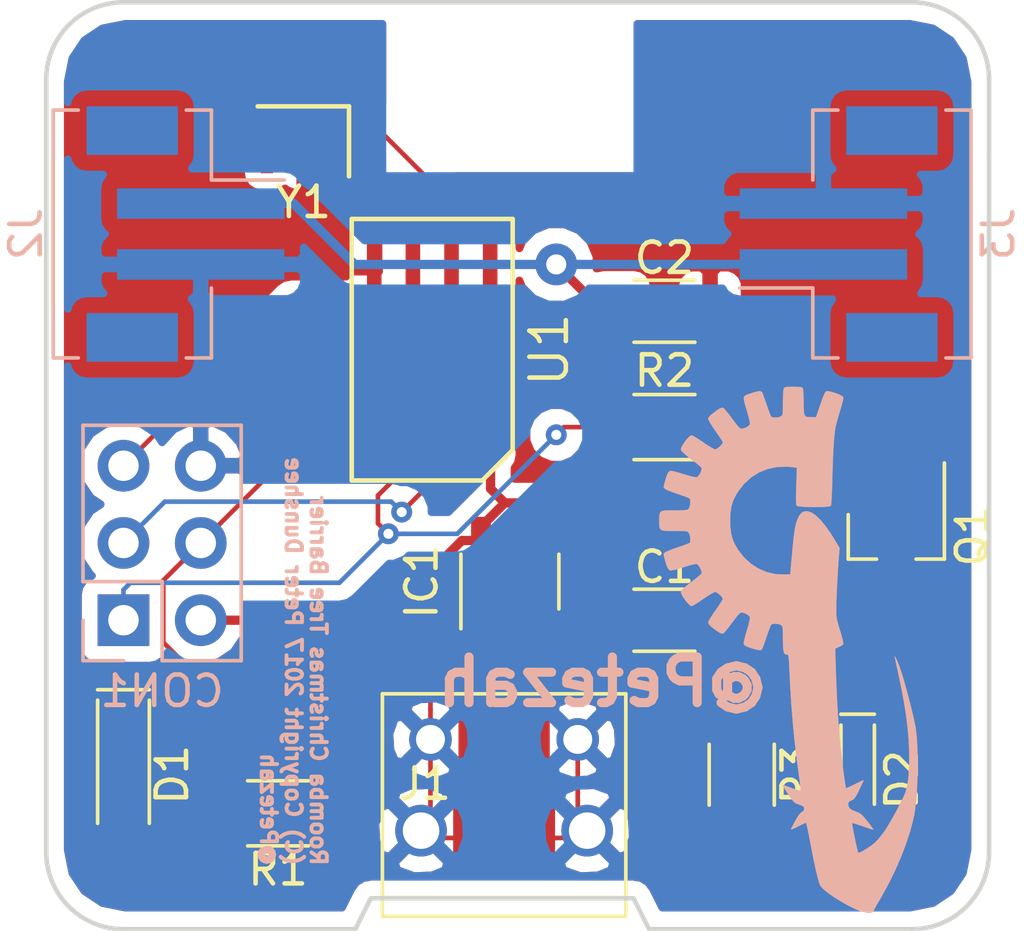
<source format=kicad_pcb>
(kicad_pcb (version 4) (host pcbnew 4.0.7)

  (general
    (links 37)
    (no_connects 0)
    (area 143.0302 102.4002 177.2548 137.3498)
    (thickness 1.6)
    (drawings 18)
    (tracks 110)
    (zones 0)
    (modules 17)
    (nets 18)
  )

  (page A4)
  (title_block
    (title "Roomba Christmas Tree Barrier")
    (date 2018-01-03)
    (rev B)
    (company Petezah)
    (comment 1 "(C) 2017 Peter Dunshee")
  )

  (layers
    (0 F.Cu signal)
    (31 B.Cu signal)
    (32 B.Adhes user)
    (33 F.Adhes user)
    (34 B.Paste user)
    (35 F.Paste user)
    (36 B.SilkS user)
    (37 F.SilkS user)
    (38 B.Mask user)
    (39 F.Mask user)
    (40 Dwgs.User user)
    (41 Cmts.User user)
    (42 Eco1.User user)
    (43 Eco2.User user)
    (44 Edge.Cuts user)
    (45 Margin user)
    (46 B.CrtYd user)
    (47 F.CrtYd user)
    (48 B.Fab user hide)
    (49 F.Fab user hide)
  )

  (setup
    (last_trace_width 0.1524)
    (trace_clearance 0.1524)
    (zone_clearance 0.508)
    (zone_45_only no)
    (trace_min 0.1524)
    (segment_width 0.2)
    (edge_width 0.15)
    (via_size 0.6858)
    (via_drill 0.3302)
    (via_min_size 0.6858)
    (via_min_drill 0.3302)
    (uvia_size 0.762)
    (uvia_drill 0.508)
    (uvias_allowed no)
    (uvia_min_size 0)
    (uvia_min_drill 0)
    (pcb_text_width 0.3)
    (pcb_text_size 1.5 1.5)
    (mod_edge_width 0.15)
    (mod_text_size 1 1)
    (mod_text_width 0.15)
    (pad_size 1 5.5)
    (pad_drill 0)
    (pad_to_mask_clearance 0.2)
    (aux_axis_origin 0 0)
    (visible_elements 7FFFFFFF)
    (pcbplotparams
      (layerselection 0x010fc_80000001)
      (usegerberextensions false)
      (excludeedgelayer true)
      (linewidth 0.100000)
      (plotframeref false)
      (viasonmask false)
      (mode 1)
      (useauxorigin false)
      (hpglpennumber 1)
      (hpglpenspeed 20)
      (hpglpendiameter 15)
      (hpglpenoverlay 2)
      (psnegative false)
      (psa4output false)
      (plotreference true)
      (plotvalue true)
      (plotinvisibletext false)
      (padsonsilk false)
      (subtractmaskfromsilk false)
      (outputformat 1)
      (mirror false)
      (drillshape 0)
      (scaleselection 1)
      (outputdirectory gerbers))
  )

  (net 0 "")
  (net 1 VBUS)
  (net 2 GND)
  (net 3 +3V3)
  (net 4 /MISO/IR)
  (net 5 /SCK)
  (net 6 /MOSI/INDICATOR)
  (net 7 /RST)
  (net 8 "Net-(D1-Pad2)")
  (net 9 "Net-(D2-Pad1)")
  (net 10 "Net-(D2-Pad2)")
  (net 11 "Net-(IC1-Pad4)")
  (net 12 "Net-(J1-Pad2)")
  (net 13 "Net-(J1-Pad3)")
  (net 14 "Net-(J1-Pad4)")
  (net 15 "Net-(U1-Pad2)")
  (net 16 "Net-(U1-Pad3)")
  (net 17 "Net-(Q1-Pad1)")

  (net_class Default "This is the default net class."
    (clearance 0.1524)
    (trace_width 0.1524)
    (via_dia 0.6858)
    (via_drill 0.3302)
    (uvia_dia 0.762)
    (uvia_drill 0.508)
    (add_net /MISO/IR)
    (add_net /MOSI/INDICATOR)
    (add_net /RST)
    (add_net /SCK)
    (add_net GND)
    (add_net "Net-(D1-Pad2)")
    (add_net "Net-(D2-Pad1)")
    (add_net "Net-(D2-Pad2)")
    (add_net "Net-(IC1-Pad4)")
    (add_net "Net-(J1-Pad2)")
    (add_net "Net-(J1-Pad3)")
    (add_net "Net-(J1-Pad4)")
    (add_net "Net-(Q1-Pad1)")
    (add_net "Net-(U1-Pad2)")
    (add_net "Net-(U1-Pad3)")
  )

  (net_class 3V3 ""
    (clearance 0.3048)
    (trace_width 0.3048)
    (via_dia 1.3716)
    (via_drill 0.6604)
    (uvia_dia 0.762)
    (uvia_drill 0.508)
    (add_net +3V3)
    (add_net VBUS)
  )

  (module Mounting_Holes:MountingHole_2.2mm_M2 (layer F.Cu) (tedit 5A1DE19F) (tstamp 5A1DE12D)
    (at 160.02 106.68)
    (descr "Mounting Hole 2.2mm, no annular, M2")
    (tags "mounting hole 2.2mm no annular m2")
    (attr virtual)
    (fp_text reference REF** (at 0 -3.2) (layer F.Fab)
      (effects (font (size 1 1) (thickness 0.15)))
    )
    (fp_text value MountingHole_2.2mm_M2 (at 0 3.2) (layer F.Fab)
      (effects (font (size 1 1) (thickness 0.15)))
    )
    (fp_text user %R (at 0.3 0) (layer F.Fab)
      (effects (font (size 1 1) (thickness 0.15)))
    )
    (fp_circle (center 0 0) (end 2.2 0) (layer Cmts.User) (width 0.15))
    (fp_circle (center 0 0) (end 2.45 0) (layer F.CrtYd) (width 0.05))
    (pad 1 np_thru_hole circle (at 0 0) (size 2.2 2.2) (drill 2.2) (layers *.Cu *.Mask))
  )

  (module kicad-libs:petezah-logo-tiny (layer B.Cu) (tedit 0) (tstamp 5A1E1BF0)
    (at 169.164 125.476 180)
    (fp_text reference G*** (at 0 0 180) (layer B.SilkS) hide
      (effects (font (thickness 0.3)) (justify mirror))
    )
    (fp_text value LOGO (at 0.75 0 180) (layer B.SilkS) hide
      (effects (font (thickness 0.3)) (justify mirror))
    )
    (fp_poly (pts (xy -0.035683 8.691244) (xy 0.048337 8.686276) (xy 0.098816 8.675493) (xy 0.127193 8.656846)
      (xy 0.140118 8.637855) (xy 0.150788 8.59036) (xy 0.159658 8.4978) (xy 0.166012 8.371545)
      (xy 0.169134 8.222965) (xy 0.169334 8.173789) (xy 0.169767 8.013532) (xy 0.171943 7.900204)
      (xy 0.17718 7.824289) (xy 0.186792 7.776272) (xy 0.202097 7.746638) (xy 0.224411 7.725873)
      (xy 0.232058 7.720378) (xy 0.301588 7.691645) (xy 0.391778 7.678413) (xy 0.480448 7.681269)
      (xy 0.545414 7.700801) (xy 0.558477 7.711722) (xy 0.578045 7.750655) (xy 0.610777 7.831988)
      (xy 0.652378 7.944447) (xy 0.698552 8.076756) (xy 0.706334 8.099777) (xy 0.752786 8.235808)
      (xy 0.794916 8.35547) (xy 0.828475 8.446945) (xy 0.849212 8.498413) (xy 0.85095 8.501944)
      (xy 0.876684 8.533592) (xy 0.917791 8.547231) (xy 0.983841 8.54227) (xy 1.084401 8.518116)
      (xy 1.21185 8.479628) (xy 1.328223 8.440184) (xy 1.400521 8.407488) (xy 1.439616 8.375386)
      (xy 1.455435 8.341783) (xy 1.453626 8.285864) (xy 1.433971 8.185314) (xy 1.398362 8.048381)
      (xy 1.354667 7.902222) (xy 1.312024 7.75875) (xy 1.278887 7.631868) (xy 1.257938 7.533032)
      (xy 1.251862 7.473702) (xy 1.25277 7.467159) (xy 1.290166 7.41338) (xy 1.363446 7.361775)
      (xy 1.452767 7.323476) (xy 1.53372 7.309555) (xy 1.56834 7.320529) (xy 1.613764 7.357247)
      (xy 1.675234 7.425399) (xy 1.757993 7.530678) (xy 1.842734 7.645021) (xy 1.932492 7.765147)
      (xy 2.013828 7.868667) (xy 2.079644 7.946936) (xy 2.122844 7.991314) (xy 2.13235 7.997698)
      (xy 2.173421 8.002771) (xy 2.226867 7.985974) (xy 2.301385 7.942772) (xy 2.405675 7.868633)
      (xy 2.462389 7.82569) (xy 2.560839 7.742447) (xy 2.613018 7.67775) (xy 2.624667 7.636959)
      (xy 2.60874 7.591462) (xy 2.564891 7.510615) (xy 2.499014 7.404259) (xy 2.417005 7.282236)
      (xy 2.384778 7.236521) (xy 2.299647 7.114774) (xy 2.227814 7.007283) (xy 2.175164 6.923229)
      (xy 2.147584 6.871795) (xy 2.144889 6.862312) (xy 2.166561 6.81218) (xy 2.220414 6.749056)
      (xy 2.289706 6.688101) (xy 2.357694 6.644472) (xy 2.399013 6.632222) (xy 2.443809 6.647943)
      (xy 2.523907 6.691094) (xy 2.629142 6.755652) (xy 2.749353 6.835597) (xy 2.789434 6.863523)
      (xy 2.911739 6.947143) (xy 3.021639 7.017528) (xy 3.109164 7.068637) (xy 3.164348 7.094431)
      (xy 3.173675 7.096357) (xy 3.221089 7.074563) (xy 3.285269 7.015848) (xy 3.356518 6.933153)
      (xy 3.425144 6.839414) (xy 3.481451 6.747571) (xy 3.515745 6.670561) (xy 3.521442 6.632222)
      (xy 3.50537 6.592319) (xy 3.461287 6.5397) (xy 3.383726 6.469147) (xy 3.267221 6.375443)
      (xy 3.191905 6.317709) (xy 3.074415 6.226936) (xy 2.972574 6.145071) (xy 2.89528 6.079508)
      (xy 2.85143 6.037637) (xy 2.845727 6.030123) (xy 2.842102 5.975347) (xy 2.865833 5.897061)
      (xy 2.907322 5.814419) (xy 2.956971 5.746578) (xy 3.004719 5.712806) (xy 3.052147 5.715768)
      (xy 3.140996 5.734059) (xy 3.259266 5.764786) (xy 3.394954 5.805056) (xy 3.418687 5.812578)
      (xy 3.558116 5.855457) (xy 3.683936 5.89098) (xy 3.783451 5.915778) (xy 3.843965 5.926484)
      (xy 3.848697 5.926666) (xy 3.892857 5.917522) (xy 3.930745 5.884877) (xy 3.966674 5.820912)
      (xy 4.004956 5.717807) (xy 4.049903 5.567743) (xy 4.053295 5.555691) (xy 4.078824 5.460995)
      (xy 4.088086 5.40472) (xy 4.080415 5.371039) (xy 4.055141 5.344125) (xy 4.043987 5.334972)
      (xy 3.996234 5.308752) (xy 3.906675 5.270294) (xy 3.787318 5.224396) (xy 3.650169 5.175858)
      (xy 3.622802 5.166637) (xy 3.48738 5.120306) (xy 3.370919 5.078424) (xy 3.284139 5.044996)
      (xy 3.237759 5.024029) (xy 3.233835 5.0213) (xy 3.215637 4.973423) (xy 3.212734 4.893276)
      (xy 3.223384 4.802398) (xy 3.245843 4.722329) (xy 3.260308 4.694061) (xy 3.279117 4.668763)
      (xy 3.303116 4.650975) (xy 3.34164 4.639375) (xy 3.404022 4.632644) (xy 3.499595 4.629459)
      (xy 3.637692 4.628501) (xy 3.723968 4.628444) (xy 3.904739 4.628017) (xy 4.036734 4.623338)
      (xy 4.127619 4.609312) (xy 4.185056 4.580843) (xy 4.21671 4.532836) (xy 4.230244 4.460197)
      (xy 4.233322 4.357828) (xy 4.233334 4.289777) (xy 4.232691 4.169587) (xy 4.225653 4.081826)
      (xy 4.204558 4.021398) (xy 4.16174 3.983209) (xy 4.089537 3.962163) (xy 3.980284 3.953165)
      (xy 3.826319 3.951119) (xy 3.723968 3.951111) (xy 3.561557 3.950763) (xy 3.446255 3.948837)
      (xy 3.368731 3.944013) (xy 3.319651 3.934971) (xy 3.289681 3.920389) (xy 3.269488 3.898946)
      (xy 3.260308 3.885494) (xy 3.232798 3.818267) (xy 3.216262 3.729889) (xy 3.212442 3.641903)
      (xy 3.223081 3.575847) (xy 3.233835 3.558255) (xy 3.268946 3.540867) (xy 3.347025 3.51006)
      (xy 3.457352 3.469838) (xy 3.589209 3.424208) (xy 3.622802 3.412918) (xy 3.761994 3.364422)
      (xy 3.885698 3.317645) (xy 3.98191 3.277386) (xy 4.038622 3.248444) (xy 4.043987 3.244583)
      (xy 4.074689 3.216607) (xy 4.087589 3.186628) (xy 4.083354 3.138818) (xy 4.062651 3.057353)
      (xy 4.053295 3.023864) (xy 4.00774 2.870338) (xy 3.969143 2.764301) (xy 3.933191 2.697932)
      (xy 3.895572 2.663413) (xy 3.851973 2.652925) (xy 3.848697 2.652889) (xy 3.794811 2.661299)
      (xy 3.700104 2.684285) (xy 3.577274 2.718478) (xy 3.439015 2.76051) (xy 3.418687 2.766977)
      (xy 3.281245 2.808571) (xy 3.159198 2.841109) (xy 3.064549 2.861699) (xy 3.009297 2.867448)
      (xy 3.004719 2.866749) (xy 2.956442 2.83241) (xy 2.906829 2.764315) (xy 2.865476 2.681619)
      (xy 2.841982 2.60348) (xy 2.845727 2.549432) (xy 2.876209 2.517278) (xy 2.943153 2.458925)
      (xy 3.037663 2.381762) (xy 3.150841 2.293183) (xy 3.191905 2.261846) (xy 3.330139 2.154478)
      (xy 3.426671 2.072893) (xy 3.486966 2.011875) (xy 3.516491 1.966207) (xy 3.521442 1.947333)
      (xy 3.508473 1.888539) (xy 3.466663 1.805797) (xy 3.405705 1.712047) (xy 3.335294 1.620225)
      (xy 3.265125 1.543272) (xy 3.204892 1.494124) (xy 3.173675 1.483198) (xy 3.131184 1.499438)
      (xy 3.053104 1.542961) (xy 2.949401 1.607727) (xy 2.830044 1.687697) (xy 2.789434 1.716032)
      (xy 2.666571 1.799638) (xy 2.555423 1.869789) (xy 2.466152 1.920465) (xy 2.408921 1.945644)
      (xy 2.399013 1.947333) (xy 2.343644 1.927711) (xy 2.273927 1.878951) (xy 2.206605 1.816213)
      (xy 2.158419 1.754654) (xy 2.144889 1.717243) (xy 2.160584 1.681709) (xy 2.203743 1.60982)
      (xy 2.268481 1.510758) (xy 2.348912 1.393703) (xy 2.384778 1.343034) (xy 2.471138 1.217788)
      (xy 2.543481 1.104678) (xy 2.595912 1.013547) (xy 2.622535 0.954235) (xy 2.624667 0.942596)
      (xy 2.604965 0.888427) (xy 2.542679 0.819999) (xy 2.462389 0.753865) (xy 2.342475 0.66489)
      (xy 2.256105 0.60882) (xy 2.194583 0.581121) (xy 2.14921 0.57726) (xy 2.13235 0.581857)
      (xy 2.100439 0.609892) (xy 2.043011 0.675352) (xy 1.967161 0.769594) (xy 1.879988 0.883976)
      (xy 1.842734 0.934534) (xy 1.739244 1.073493) (xy 1.661224 1.170786) (xy 1.60343 1.232107)
      (xy 1.56062 1.263146) (xy 1.53372 1.27) (xy 1.447433 1.254397) (xy 1.358506 1.215009)
      (xy 1.286784 1.162969) (xy 1.25277 1.112396) (xy 1.255262 1.063158) (xy 1.273209 0.971926)
      (xy 1.303929 0.85016) (xy 1.344736 0.709316) (xy 1.354667 0.677333) (xy 1.402913 0.514905)
      (xy 1.436892 0.3815) (xy 1.454713 0.285366) (xy 1.455435 0.237772) (xy 1.436982 0.200918)
      (xy 1.395149 0.169027) (xy 1.319061 0.135947) (xy 1.21185 0.099927) (xy 1.072186 0.058051)
      (xy 0.975617 0.035899) (xy 0.912574 0.032878) (xy 0.87349 0.048397) (xy 0.85095 0.077611)
      (xy 0.832497 0.122077) (xy 0.800585 0.208318) (xy 0.759467 0.324515) (xy 0.713392 0.458848)
      (xy 0.706334 0.479777) (xy 0.659818 0.614284) (xy 0.617164 0.730806) (xy 0.582667 0.818068)
      (xy 0.560625 0.864795) (xy 0.558477 0.867833) (xy 0.507093 0.893359) (xy 0.424219 0.902002)
      (xy 0.332035 0.894351) (xy 0.252725 0.870993) (xy 0.232058 0.859177) (xy 0.207082 0.8387)
      (xy 0.189792 0.81178) (xy 0.17878 0.76864) (xy 0.172639 0.699506) (xy 0.16996 0.5946)
      (xy 0.169337 0.444148) (xy 0.169334 0.42357) (xy 0.167319 0.232621) (xy 0.16025 0.091271)
      (xy 0.146588 -0.007214) (xy 0.124795 -0.069572) (xy 0.093333 -0.102536) (xy 0.050664 -0.112842)
      (xy 0.046816 -0.112889) (xy 0.021396 -0.11426) (xy 0.002929 -0.123838) (xy -0.010191 -0.149823)
      (xy -0.019569 -0.200415) (xy -0.026812 -0.283812) (xy -0.033525 -0.408216) (xy -0.040236 -0.557389)
      (xy -0.074181 -1.230054) (xy -0.115149 -1.858486) (xy -0.164191 -2.454582) (xy -0.222359 -3.030236)
      (xy -0.290703 -3.597344) (xy -0.34217 -3.974661) (xy -0.366685 -4.152437) (xy -0.386974 -4.310904)
      (xy -0.402099 -4.441725) (xy -0.411122 -4.536564) (xy -0.413102 -4.587085) (xy -0.411811 -4.59293)
      (xy -0.380351 -4.59038) (xy -0.307966 -4.570828) (xy -0.206338 -4.537726) (xy -0.117395 -4.50588)
      (xy -0.000837 -4.463276) (xy 0.095553 -4.429229) (xy 0.159871 -4.407871) (xy 0.179838 -4.402667)
      (xy 0.17236 -4.424485) (xy 0.138295 -4.484088) (xy 0.082963 -4.572701) (xy 0.011685 -4.681549)
      (xy 0.001777 -4.696352) (xy -0.08176 -4.819375) (xy -0.143741 -4.904218) (xy -0.193394 -4.960013)
      (xy -0.239943 -4.995893) (xy -0.292615 -5.020989) (xy -0.344576 -5.03918) (xy -0.430919 -5.071707)
      (xy -0.49416 -5.103092) (xy -0.514623 -5.11944) (xy -0.535106 -5.191197) (xy -0.502234 -5.256112)
      (xy -0.453876 -5.290467) (xy -0.39485 -5.339294) (xy -0.325069 -5.432147) (xy -0.241214 -5.573524)
      (xy -0.229972 -5.594103) (xy -0.172669 -5.702131) (xy -0.128345 -5.790229) (xy -0.10221 -5.847747)
      (xy -0.097732 -5.864473) (xy -0.125255 -5.856796) (xy -0.191183 -5.828427) (xy -0.283769 -5.784579)
      (xy -0.33512 -5.759117) (xy -0.438625 -5.708307) (xy -0.523282 -5.669038) (xy -0.576364 -5.64711)
      (xy -0.586701 -5.644445) (xy -0.59855 -5.670891) (xy -0.618337 -5.744823) (xy -0.64424 -5.858134)
      (xy -0.674439 -6.002715) (xy -0.707112 -6.170458) (xy -0.718226 -6.230056) (xy -0.788869 -6.603604)
      (xy -0.853544 -6.926064) (xy -0.912048 -7.196576) (xy -0.964179 -7.414281) (xy -1.009735 -7.57832)
      (xy -1.048514 -7.687832) (xy -1.071721 -7.731874) (xy -1.148671 -7.816003) (xy -1.267646 -7.916448)
      (xy -1.41884 -8.027187) (xy -1.592441 -8.142199) (xy -1.778641 -8.255459) (xy -1.96763 -8.360946)
      (xy -2.1496 -8.452638) (xy -2.31474 -8.524511) (xy -2.425178 -8.56283) (xy -2.565642 -8.595785)
      (xy -2.679455 -8.60611) (xy -2.757318 -8.593556) (xy -2.78457 -8.5725) (xy -2.812832 -8.523919)
      (xy -2.850631 -8.455151) (xy -2.852022 -8.452556) (xy -2.885624 -8.392115) (xy -2.939287 -8.298131)
      (xy -3.004372 -8.185664) (xy -3.046301 -8.113889) (xy -3.283297 -7.685826) (xy -3.502333 -7.242682)
      (xy -3.699196 -6.794851) (xy -3.869671 -6.352725) (xy -4.009541 -5.926698) (xy -4.114594 -5.527165)
      (xy -4.13623 -5.426222) (xy -4.173723 -5.199288) (xy -4.204526 -4.927489) (xy -4.228425 -4.622031)
      (xy -4.245204 -4.294121) (xy -4.254649 -3.954965) (xy -4.256547 -3.615769) (xy -4.250682 -3.28774)
      (xy -4.23684 -2.982084) (xy -4.214807 -2.710008) (xy -4.191703 -2.527699) (xy -4.168455 -2.401065)
      (xy -4.13178 -2.230923) (xy -4.084399 -2.02785) (xy -4.029036 -1.80242) (xy -3.968414 -1.565212)
      (xy -3.905256 -1.326801) (xy -3.842284 -1.097762) (xy -3.782222 -0.888674) (xy -3.727793 -0.710111)
      (xy -3.708046 -0.649111) (xy -3.665871 -0.528081) (xy -3.622605 -0.414544) (xy -3.581687 -0.315913)
      (xy -3.546555 -0.239606) (xy -3.520649 -0.193036) (xy -3.507408 -0.18362) (xy -3.510268 -0.218773)
      (xy -3.511735 -0.225778) (xy -3.522791 -0.276705) (xy -3.543417 -0.371665) (xy -3.571196 -0.499532)
      (xy -3.603712 -0.649181) (xy -3.625161 -0.747889) (xy -3.729103 -1.247937) (xy -3.813536 -1.703976)
      (xy -3.879553 -2.124545) (xy -3.928251 -2.518183) (xy -3.960726 -2.893429) (xy -3.978072 -3.258824)
      (xy -3.981814 -3.527778) (xy -3.976157 -3.850223) (xy -3.958524 -4.124322) (xy -3.928111 -4.357056)
      (xy -3.884118 -4.555409) (xy -3.852039 -4.657516) (xy -3.811294 -4.756528) (xy -3.747121 -4.892764)
      (xy -3.665414 -5.055217) (xy -3.572063 -5.232879) (xy -3.472962 -5.414742) (xy -3.374001 -5.589797)
      (xy -3.281072 -5.747037) (xy -3.200502 -5.8748) (xy -3.106185 -6.00722) (xy -3.000593 -6.139549)
      (xy -2.899138 -6.25307) (xy -2.847273 -6.303816) (xy -2.761798 -6.374292) (xy -2.660613 -6.447439)
      (xy -2.554683 -6.516637) (xy -2.454972 -6.575267) (xy -2.372446 -6.616709) (xy -2.31807 -6.634346)
      (xy -2.304254 -6.631623) (xy -2.292676 -6.599333) (xy -2.273069 -6.52338) (xy -2.247706 -6.414667)
      (xy -2.218858 -6.284092) (xy -2.188797 -6.142558) (xy -2.159794 -6.000964) (xy -2.134122 -5.87021)
      (xy -2.114052 -5.761198) (xy -2.101855 -5.684827) (xy -2.099804 -5.651998) (xy -2.100028 -5.651676)
      (xy -2.130428 -5.655197) (xy -2.203138 -5.675014) (xy -2.30749 -5.707937) (xy -2.43282 -5.750774)
      (xy -2.441744 -5.753934) (xy -2.569787 -5.798626) (xy -2.679051 -5.835361) (xy -2.758269 -5.860451)
      (xy -2.796174 -5.870203) (xy -2.796725 -5.870223) (xy -2.790792 -5.849862) (xy -2.754725 -5.794331)
      (xy -2.694365 -5.711953) (xy -2.615554 -5.611051) (xy -2.609998 -5.604132) (xy -2.516865 -5.490029)
      (xy -2.446804 -5.411124) (xy -2.3884 -5.357932) (xy -2.330237 -5.32097) (xy -2.260902 -5.29075)
      (xy -2.210917 -5.272521) (xy -2.092521 -5.222818) (xy -2.020368 -5.168994) (xy -1.984655 -5.100196)
      (xy -1.975555 -5.011888) (xy -1.991585 -4.960584) (xy -2.047531 -4.920494) (xy -2.082007 -4.905636)
      (xy -2.130057 -4.883006) (xy -2.170127 -4.851316) (xy -2.209488 -4.800679) (xy -2.255412 -4.721211)
      (xy -2.315171 -4.603024) (xy -2.336007 -4.560345) (xy -2.393253 -4.441654) (xy -2.440146 -4.342626)
      (xy -2.471857 -4.273586) (xy -2.483555 -4.244861) (xy -2.483555 -4.244844) (xy -2.460091 -4.251856)
      (xy -2.396354 -4.279969) (xy -2.302333 -4.324593) (xy -2.198372 -4.37593) (xy -2.084102 -4.431882)
      (xy -1.989586 -4.475534) (xy -1.925317 -4.502215) (xy -1.902005 -4.507857) (xy -1.89297 -4.475109)
      (xy -1.878582 -4.393994) (xy -1.85993 -4.272223) (xy -1.838104 -4.117503) (xy -1.814192 -3.937544)
      (xy -1.789283 -3.740056) (xy -1.765533 -3.541889) (xy -1.714896 -3.072278) (xy -1.671696 -2.592142)
      (xy -1.635291 -2.091865) (xy -1.605042 -1.561828) (xy -1.580307 -0.992415) (xy -1.56486 -0.529343)
      (xy -1.546722 0.084315) (xy -1.672397 0.138185) (xy -1.749846 0.178282) (xy -1.802986 0.218553)
      (xy -1.814349 0.234471) (xy -1.812011 0.275276) (xy -1.794637 0.35905) (xy -1.764843 0.475148)
      (xy -1.725244 0.612924) (xy -1.705534 0.677206) (xy -1.65548 0.840798) (xy -1.620818 0.966189)
      (xy -1.598778 1.068621) (xy -1.586589 1.163337) (xy -1.581479 1.265577) (xy -1.580627 1.364263)
      (xy -1.582762 1.515369) (xy -1.588595 1.710194) (xy -1.597508 1.936176) (xy -1.608882 2.180756)
      (xy -1.6221 2.431372) (xy -1.636542 2.675465) (xy -1.651591 2.900472) (xy -1.664587 3.069629)
      (xy -1.691019 3.387591) (xy -1.588672 3.563518) (xy -1.406804 3.859196) (xy -1.233252 4.10723)
      (xy -1.069231 4.306339) (xy -0.915954 4.455239) (xy -0.774633 4.55265) (xy -0.646483 4.59729)
      (xy -0.607463 4.600222) (xy -0.510114 4.585998) (xy -0.432307 4.537954) (xy -0.364746 4.448031)
      (xy -0.314162 4.34587) (xy -0.284037 4.269395) (xy -0.25785 4.183475) (xy -0.234465 4.08098)
      (xy -0.212743 3.95478) (xy -0.191544 3.797745) (xy -0.169731 3.602746) (xy -0.146165 3.362652)
      (xy -0.131347 3.201065) (xy -0.070555 2.525889) (xy 0.112889 2.517235) (xy 0.412873 2.530567)
      (xy 0.702728 2.597169) (xy 0.976796 2.714041) (xy 1.229419 2.878185) (xy 1.45494 3.086604)
      (xy 1.64204 3.327611) (xy 1.750125 3.510472) (xy 1.826095 3.68647) (xy 1.8743 3.871518)
      (xy 1.89909 4.081534) (xy 1.905 4.289777) (xy 1.896577 4.533219) (xy 1.868406 4.738272)
      (xy 1.816138 4.920851) (xy 1.735424 5.096872) (xy 1.64204 5.251944) (xy 1.443637 5.506076)
      (xy 1.212921 5.715124) (xy 0.953644 5.877424) (xy 0.669562 5.99131) (xy 0.364429 6.055115)
      (xy 0.041998 6.067175) (xy -0.155102 6.049307) (xy -0.28986 6.030836) (xy -0.269541 5.427132)
      (xy -0.263161 5.211449) (xy -0.260449 5.046378) (xy -0.261528 4.926202) (xy -0.266519 4.845199)
      (xy -0.275546 4.79765) (xy -0.283289 4.78238) (xy -0.32308 4.767536) (xy -0.408093 4.755624)
      (xy -0.527351 4.7467) (xy -0.669877 4.74082) (xy -0.824694 4.738042) (xy -0.980826 4.738422)
      (xy -1.127294 4.742016) (xy -1.253123 4.74888) (xy -1.347334 4.759072) (xy -1.398952 4.772647)
      (xy -1.403942 4.776611) (xy -1.412109 4.813654) (xy -1.420625 4.900502) (xy -1.429123 5.03052)
      (xy -1.437234 5.197073) (xy -1.44459 5.393525) (xy -1.450826 5.613242) (xy -1.451235 5.630333)
      (xy -1.463334 6.060959) (xy -1.477991 6.436831) (xy -1.495185 6.757602) (xy -1.514895 7.022924)
      (xy -1.537099 7.232452) (xy -1.554562 7.348248) (xy -1.574131 7.436966) (xy -1.607001 7.563931)
      (xy -1.648966 7.713731) (xy -1.695819 7.870952) (xy -1.707395 7.908305) (xy -1.750095 8.051148)
      (xy -1.784083 8.176947) (xy -1.806729 8.274959) (xy -1.815401 8.334439) (xy -1.814349 8.345084)
      (xy -1.773937 8.386461) (xy -1.687987 8.433072) (xy -1.566553 8.480374) (xy -1.41969 8.523825)
      (xy -1.417599 8.524359) (xy -1.327531 8.544632) (xy -1.273808 8.547104) (xy -1.239121 8.531491)
      (xy -1.227825 8.521253) (xy -1.20443 8.480831) (xy -1.16787 8.397449) (xy -1.122464 8.281816)
      (xy -1.072532 8.144639) (xy -1.052003 8.085384) (xy -0.917222 7.690555) (xy -0.75205 7.691402)
      (xy -0.666162 7.694019) (xy -0.603216 7.705928) (xy -0.559652 7.734728) (xy -0.531911 7.788018)
      (xy -0.516432 7.8734) (xy -0.509656 7.998472) (xy -0.508023 8.170835) (xy -0.508 8.212416)
      (xy -0.505879 8.402076) (xy -0.499381 8.538119) (xy -0.488304 8.623218) (xy -0.474133 8.658577)
      (xy -0.425787 8.676569) (xy -0.32612 8.688023) (xy -0.179934 8.692413) (xy -0.164682 8.692444)
      (xy -0.035683 8.691244)) (layer B.SilkS) (width 0.01))
  )

  (module lib_fp:C_1206 (layer F.Cu) (tedit 58AA84B8) (tstamp 5A20BE10)
    (at 165.1 124.46)
    (descr "Capacitor SMD 1206, reflow soldering, AVX (see smccp.pdf)")
    (tags "capacitor 1206")
    (path /5A1C7540)
    (attr smd)
    (fp_text reference C1 (at 0 -1.75) (layer F.SilkS)
      (effects (font (size 1 1) (thickness 0.15)))
    )
    (fp_text value 10uF (at 0 2) (layer F.Fab)
      (effects (font (size 1 1) (thickness 0.15)))
    )
    (fp_text user %R (at 0 -1.75) (layer F.Fab)
      (effects (font (size 1 1) (thickness 0.15)))
    )
    (fp_line (start -1.6 0.8) (end -1.6 -0.8) (layer F.Fab) (width 0.1))
    (fp_line (start 1.6 0.8) (end -1.6 0.8) (layer F.Fab) (width 0.1))
    (fp_line (start 1.6 -0.8) (end 1.6 0.8) (layer F.Fab) (width 0.1))
    (fp_line (start -1.6 -0.8) (end 1.6 -0.8) (layer F.Fab) (width 0.1))
    (fp_line (start 1 -1.02) (end -1 -1.02) (layer F.SilkS) (width 0.12))
    (fp_line (start -1 1.02) (end 1 1.02) (layer F.SilkS) (width 0.12))
    (fp_line (start -2.25 -1.05) (end 2.25 -1.05) (layer F.CrtYd) (width 0.05))
    (fp_line (start -2.25 -1.05) (end -2.25 1.05) (layer F.CrtYd) (width 0.05))
    (fp_line (start 2.25 1.05) (end 2.25 -1.05) (layer F.CrtYd) (width 0.05))
    (fp_line (start 2.25 1.05) (end -2.25 1.05) (layer F.CrtYd) (width 0.05))
    (pad 1 smd rect (at -1.5 0) (size 1 1.6) (layers F.Cu F.Paste F.Mask)
      (net 1 VBUS))
    (pad 2 smd rect (at 1.5 0) (size 1 1.6) (layers F.Cu F.Paste F.Mask)
      (net 2 GND))
    (model Capacitors_SMD.3dshapes/C_1206.wrl
      (at (xyz 0 0 0))
      (scale (xyz 1 1 1))
      (rotate (xyz 0 0 0))
    )
  )

  (module lib_fp:C_1206 (layer F.Cu) (tedit 58AA84B8) (tstamp 5A20BE15)
    (at 165.1 114.3)
    (descr "Capacitor SMD 1206, reflow soldering, AVX (see smccp.pdf)")
    (tags "capacitor 1206")
    (path /5A1C75DA)
    (attr smd)
    (fp_text reference C2 (at 0 -1.75) (layer F.SilkS)
      (effects (font (size 1 1) (thickness 0.15)))
    )
    (fp_text value 10uF (at 0 2) (layer F.Fab)
      (effects (font (size 1 1) (thickness 0.15)))
    )
    (fp_text user %R (at 0 -1.75) (layer F.Fab)
      (effects (font (size 1 1) (thickness 0.15)))
    )
    (fp_line (start -1.6 0.8) (end -1.6 -0.8) (layer F.Fab) (width 0.1))
    (fp_line (start 1.6 0.8) (end -1.6 0.8) (layer F.Fab) (width 0.1))
    (fp_line (start 1.6 -0.8) (end 1.6 0.8) (layer F.Fab) (width 0.1))
    (fp_line (start -1.6 -0.8) (end 1.6 -0.8) (layer F.Fab) (width 0.1))
    (fp_line (start 1 -1.02) (end -1 -1.02) (layer F.SilkS) (width 0.12))
    (fp_line (start -1 1.02) (end 1 1.02) (layer F.SilkS) (width 0.12))
    (fp_line (start -2.25 -1.05) (end 2.25 -1.05) (layer F.CrtYd) (width 0.05))
    (fp_line (start -2.25 -1.05) (end -2.25 1.05) (layer F.CrtYd) (width 0.05))
    (fp_line (start 2.25 1.05) (end 2.25 -1.05) (layer F.CrtYd) (width 0.05))
    (fp_line (start 2.25 1.05) (end -2.25 1.05) (layer F.CrtYd) (width 0.05))
    (pad 1 smd rect (at -1.5 0) (size 1 1.6) (layers F.Cu F.Paste F.Mask)
      (net 3 +3V3))
    (pad 2 smd rect (at 1.5 0) (size 1 1.6) (layers F.Cu F.Paste F.Mask)
      (net 2 GND))
    (model Capacitors_SMD.3dshapes/C_1206.wrl
      (at (xyz 0 0 0))
      (scale (xyz 1 1 1))
      (rotate (xyz 0 0 0))
    )
  )

  (module lib_fp:Pin_Header_Straight_2x03_Pitch2.54mm (layer B.Cu) (tedit 59650532) (tstamp 5A20BE1A)
    (at 147.32 124.46)
    (descr "Through hole straight pin header, 2x03, 2.54mm pitch, double rows")
    (tags "Through hole pin header THT 2x03 2.54mm double row")
    (path /5A1C6CE7)
    (fp_text reference CON1 (at 1.27 2.33) (layer B.SilkS)
      (effects (font (size 1 1) (thickness 0.15)) (justify mirror))
    )
    (fp_text value AVR-ISP-6 (at 1.27 -7.41) (layer B.Fab)
      (effects (font (size 1 1) (thickness 0.15)) (justify mirror))
    )
    (fp_line (start 0 1.27) (end 3.81 1.27) (layer B.Fab) (width 0.1))
    (fp_line (start 3.81 1.27) (end 3.81 -6.35) (layer B.Fab) (width 0.1))
    (fp_line (start 3.81 -6.35) (end -1.27 -6.35) (layer B.Fab) (width 0.1))
    (fp_line (start -1.27 -6.35) (end -1.27 0) (layer B.Fab) (width 0.1))
    (fp_line (start -1.27 0) (end 0 1.27) (layer B.Fab) (width 0.1))
    (fp_line (start -1.33 -6.41) (end 3.87 -6.41) (layer B.SilkS) (width 0.12))
    (fp_line (start -1.33 -1.27) (end -1.33 -6.41) (layer B.SilkS) (width 0.12))
    (fp_line (start 3.87 1.33) (end 3.87 -6.41) (layer B.SilkS) (width 0.12))
    (fp_line (start -1.33 -1.27) (end 1.27 -1.27) (layer B.SilkS) (width 0.12))
    (fp_line (start 1.27 -1.27) (end 1.27 1.33) (layer B.SilkS) (width 0.12))
    (fp_line (start 1.27 1.33) (end 3.87 1.33) (layer B.SilkS) (width 0.12))
    (fp_line (start -1.33 0) (end -1.33 1.33) (layer B.SilkS) (width 0.12))
    (fp_line (start -1.33 1.33) (end 0 1.33) (layer B.SilkS) (width 0.12))
    (fp_line (start -1.8 1.8) (end -1.8 -6.85) (layer B.CrtYd) (width 0.05))
    (fp_line (start -1.8 -6.85) (end 4.35 -6.85) (layer B.CrtYd) (width 0.05))
    (fp_line (start 4.35 -6.85) (end 4.35 1.8) (layer B.CrtYd) (width 0.05))
    (fp_line (start 4.35 1.8) (end -1.8 1.8) (layer B.CrtYd) (width 0.05))
    (fp_text user %R (at 1.27 -2.54 270) (layer B.Fab)
      (effects (font (size 1 1) (thickness 0.15)) (justify mirror))
    )
    (pad 1 thru_hole rect (at 0 0) (size 1.7 1.7) (drill 1) (layers *.Cu *.Mask)
      (net 4 /MISO/IR))
    (pad 2 thru_hole oval (at 2.54 0) (size 1.7 1.7) (drill 1) (layers *.Cu *.Mask)
      (net 3 +3V3))
    (pad 3 thru_hole oval (at 0 -2.54) (size 1.7 1.7) (drill 1) (layers *.Cu *.Mask)
      (net 5 /SCK))
    (pad 4 thru_hole oval (at 2.54 -2.54) (size 1.7 1.7) (drill 1) (layers *.Cu *.Mask)
      (net 6 /MOSI/INDICATOR))
    (pad 5 thru_hole oval (at 0 -5.08) (size 1.7 1.7) (drill 1) (layers *.Cu *.Mask)
      (net 7 /RST))
    (pad 6 thru_hole oval (at 2.54 -5.08) (size 1.7 1.7) (drill 1) (layers *.Cu *.Mask)
      (net 2 GND))
    (model ${KISYS3DMOD}/Pin_Headers.3dshapes/Pin_Header_Straight_2x03_Pitch2.54mm.wrl
      (at (xyz 0 0 0))
      (scale (xyz 1 1 1))
      (rotate (xyz 0 0 0))
    )
  )

  (module lib_fp:SOT-23-5_HandSoldering (layer F.Cu) (tedit 58CE4E7E) (tstamp 5A20BE2D)
    (at 160.02 123.19 90)
    (descr "5-pin SOT23 package")
    (tags "SOT-23-5 hand-soldering")
    (path /5A1C72F5)
    (attr smd)
    (fp_text reference IC1 (at 0 -2.9 90) (layer F.SilkS)
      (effects (font (size 1 1) (thickness 0.15)))
    )
    (fp_text value MIC5225-3.3 (at 0 2.9 90) (layer F.Fab)
      (effects (font (size 1 1) (thickness 0.15)))
    )
    (fp_text user %R (at 0 0 180) (layer F.Fab)
      (effects (font (size 0.5 0.5) (thickness 0.075)))
    )
    (fp_line (start -0.9 1.61) (end 0.9 1.61) (layer F.SilkS) (width 0.12))
    (fp_line (start 0.9 -1.61) (end -1.55 -1.61) (layer F.SilkS) (width 0.12))
    (fp_line (start -0.9 -0.9) (end -0.25 -1.55) (layer F.Fab) (width 0.1))
    (fp_line (start 0.9 -1.55) (end -0.25 -1.55) (layer F.Fab) (width 0.1))
    (fp_line (start -0.9 -0.9) (end -0.9 1.55) (layer F.Fab) (width 0.1))
    (fp_line (start 0.9 1.55) (end -0.9 1.55) (layer F.Fab) (width 0.1))
    (fp_line (start 0.9 -1.55) (end 0.9 1.55) (layer F.Fab) (width 0.1))
    (fp_line (start -2.38 -1.8) (end 2.38 -1.8) (layer F.CrtYd) (width 0.05))
    (fp_line (start -2.38 -1.8) (end -2.38 1.8) (layer F.CrtYd) (width 0.05))
    (fp_line (start 2.38 1.8) (end 2.38 -1.8) (layer F.CrtYd) (width 0.05))
    (fp_line (start 2.38 1.8) (end -2.38 1.8) (layer F.CrtYd) (width 0.05))
    (pad 1 smd rect (at -1.35 -0.95 90) (size 1.56 0.65) (layers F.Cu F.Paste F.Mask)
      (net 1 VBUS))
    (pad 2 smd rect (at -1.35 0 90) (size 1.56 0.65) (layers F.Cu F.Paste F.Mask)
      (net 2 GND))
    (pad 3 smd rect (at -1.35 0.95 90) (size 1.56 0.65) (layers F.Cu F.Paste F.Mask)
      (net 1 VBUS))
    (pad 4 smd rect (at 1.35 0.95 90) (size 1.56 0.65) (layers F.Cu F.Paste F.Mask)
      (net 11 "Net-(IC1-Pad4)"))
    (pad 5 smd rect (at 1.35 -0.95 90) (size 1.56 0.65) (layers F.Cu F.Paste F.Mask)
      (net 3 +3V3))
    (model ${KISYS3DMOD}/TO_SOT_Packages_SMD.3dshapes\SOT-23-5.wrl
      (at (xyz 0 0 0))
      (scale (xyz 1 1 1))
      (rotate (xyz 0 0 0))
    )
  )

  (module lib_fp:USB_Micro-B_10103594-0001LF placed (layer F.Cu) (tedit 58DA845F) (tstamp 5A20BE35)
    (at 159.83 130)
    (descr "Micro USB Type B 10103594-0001LF")
    (tags "USB USB_B USB_micro USB_OTG")
    (path /5A1C7778)
    (attr smd)
    (fp_text reference J1 (at -2.611 -0.158) (layer F.SilkS)
      (effects (font (size 1 1) (thickness 0.15)))
    )
    (fp_text value USB_OTG (at 0 6.17) (layer F.Fab)
      (effects (font (size 1 1) (thickness 0.15)))
    )
    (fp_line (start -4.25 -3.4) (end 4.25 -3.4) (layer F.CrtYd) (width 0.05))
    (fp_line (start 4.25 -3.4) (end 4.25 4.45) (layer F.CrtYd) (width 0.05))
    (fp_line (start 4.25 4.45) (end -4.25 4.45) (layer F.CrtYd) (width 0.05))
    (fp_line (start -4.25 4.45) (end -4.25 -3.4) (layer F.CrtYd) (width 0.05))
    (fp_line (start -4 4.2) (end 4 4.2) (layer F.SilkS) (width 0.12))
    (fp_line (start -4 -3.12) (end 4 -3.12) (layer F.SilkS) (width 0.12))
    (fp_line (start 4 -3.12) (end 4 4.2) (layer F.SilkS) (width 0.12))
    (fp_line (start 4 3.58) (end -4 3.58) (layer F.SilkS) (width 0.12))
    (fp_line (start -4 4.2) (end -4 -3.12) (layer F.SilkS) (width 0.12))
    (pad 1 smd rect (at -1.3 -1.5 90) (size 1.65 0.4) (layers F.Cu F.Paste F.Mask)
      (net 1 VBUS))
    (pad 2 smd rect (at -0.65 -1.5 90) (size 1.65 0.4) (layers F.Cu F.Paste F.Mask)
      (net 12 "Net-(J1-Pad2)"))
    (pad 3 smd rect (at 0 -1.5 90) (size 1.65 0.4) (layers F.Cu F.Paste F.Mask)
      (net 13 "Net-(J1-Pad3)"))
    (pad 4 smd rect (at 0.65 -1.5 90) (size 1.65 0.4) (layers F.Cu F.Paste F.Mask)
      (net 14 "Net-(J1-Pad4)"))
    (pad 5 smd rect (at 1.3 -1.5 90) (size 1.65 0.4) (layers F.Cu F.Paste F.Mask)
      (net 2 GND))
    (pad 6 thru_hole circle (at -2.42 -1.62 90) (size 1.4 1.4) (drill 0.95) (layers *.Cu *.Mask)
      (net 2 GND))
    (pad 6 thru_hole circle (at 2.42 -1.62 90) (size 1.4 1.4) (drill 0.95) (layers *.Cu *.Mask)
      (net 2 GND))
    (pad 6 thru_hole circle (at -2.73 1.38 90) (size 1.7 1.7) (drill 1.2) (layers *.Cu *.Mask)
      (net 2 GND))
    (pad 6 thru_hole circle (at 2.73 1.38 90) (size 1.7 1.7) (drill 1.2) (layers *.Cu *.Mask)
      (net 2 GND))
    (pad 6 smd rect (at -0.96 1.62 90) (size 2.5 1.43) (layers F.Cu F.Paste F.Mask)
      (net 2 GND))
    (pad 6 smd rect (at 0.96 1.62 90) (size 2.5 1.43) (layers F.Cu F.Paste F.Mask)
      (net 2 GND))
  )

  (module lib_fp:JST_PH_B2B-PH-SM4-TB_02x2.00mm_Straight (layer B.Cu) (tedit 58D40574) (tstamp 5A20BE43)
    (at 148.735 111.76 270)
    (descr "JST PH series connector, B2B-PH-SM4-TB, top entry type, surface mount, Datasheet: http://www.jst-mfg.com/product/pdf/eng/ePH.pdf")
    (tags "connector jst ph")
    (path /5A1C7FC9)
    (attr smd)
    (fp_text reference J2 (at 0 4.625 270) (layer B.SilkS)
      (effects (font (size 1 1) (thickness 0.15)) (justify mirror))
    )
    (fp_text value JSTPH (at 0 -4.875 270) (layer B.Fab)
      (effects (font (size 1 1) (thickness 0.15)) (justify mirror))
    )
    (fp_line (start -4.075 2.9) (end -4.075 3.725) (layer B.SilkS) (width 0.12))
    (fp_line (start -4.075 3.725) (end 4.075 3.725) (layer B.SilkS) (width 0.12))
    (fp_line (start 4.075 3.725) (end 4.075 2.9) (layer B.SilkS) (width 0.12))
    (fp_line (start -4.075 -0.65) (end -4.075 -1.475) (layer B.SilkS) (width 0.12))
    (fp_line (start -4.075 -1.475) (end -1.775 -1.475) (layer B.SilkS) (width 0.12))
    (fp_line (start 4.075 -0.65) (end 4.075 -1.475) (layer B.SilkS) (width 0.12))
    (fp_line (start 4.075 -1.475) (end 1.775 -1.475) (layer B.SilkS) (width 0.12))
    (fp_line (start -3.975 3.625) (end -3.975 -1.375) (layer B.Fab) (width 0.1))
    (fp_line (start -3.975 -1.375) (end 3.975 -1.375) (layer B.Fab) (width 0.1))
    (fp_line (start 3.975 -1.375) (end 3.975 3.625) (layer B.Fab) (width 0.1))
    (fp_line (start 3.975 3.625) (end -3.975 3.625) (layer B.Fab) (width 0.1))
    (fp_line (start -1.775 -1.475) (end -1.775 -3.875) (layer B.SilkS) (width 0.12))
    (fp_line (start -2 -1.375) (end -1 -0.375) (layer B.Fab) (width 0.1))
    (fp_line (start -1 -0.375) (end 0 -1.375) (layer B.Fab) (width 0.1))
    (fp_line (start -4.7 4.13) (end -4.7 -4.38) (layer B.CrtYd) (width 0.05))
    (fp_line (start -4.7 -4.38) (end 4.7 -4.38) (layer B.CrtYd) (width 0.05))
    (fp_line (start 4.7 -4.38) (end 4.7 4.13) (layer B.CrtYd) (width 0.05))
    (fp_line (start 4.7 4.13) (end -4.7 4.13) (layer B.CrtYd) (width 0.05))
    (fp_text user %R (at 0 2.625 270) (layer B.Fab)
      (effects (font (size 1 1) (thickness 0.15)) (justify mirror))
    )
    (pad 1 smd rect (at -1 -1.125 270) (size 1 5.5) (layers B.Cu B.Paste B.Mask)
      (net 3 +3V3))
    (pad 2 smd rect (at 1 -1.125 270) (size 1 5.5) (layers B.Cu B.Paste B.Mask)
      (net 2 GND))
    (pad "" smd rect (at -3.4 1.125 270) (size 1.6 3) (layers B.Cu B.Paste B.Mask))
    (pad "" smd rect (at 3.4 1.125 270) (size 1.6 3) (layers B.Cu B.Paste B.Mask))
    (model ${KISYS3DMOD}/Connectors_JST.3dshapes/JST_PH_B2B-PH-SM4-TB_02x2.00mm_Straight.wrl
      (at (xyz 0 0 0))
      (scale (xyz 1 1 1))
      (rotate (xyz 0 0 0))
    )
  )

  (module lib_fp:JST_PH_B2B-PH-SM4-TB_02x2.00mm_Straight (layer B.Cu) (tedit 58D40574) (tstamp 5A20BE4A)
    (at 171.45 111.76 90)
    (descr "JST PH series connector, B2B-PH-SM4-TB, top entry type, surface mount, Datasheet: http://www.jst-mfg.com/product/pdf/eng/ePH.pdf")
    (tags "connector jst ph")
    (path /5A1C7EFC)
    (attr smd)
    (fp_text reference J3 (at 0 4.625 90) (layer B.SilkS)
      (effects (font (size 1 1) (thickness 0.15)) (justify mirror))
    )
    (fp_text value JSTPH (at 0 -4.875 90) (layer B.Fab)
      (effects (font (size 1 1) (thickness 0.15)) (justify mirror))
    )
    (fp_line (start -4.075 2.9) (end -4.075 3.725) (layer B.SilkS) (width 0.12))
    (fp_line (start -4.075 3.725) (end 4.075 3.725) (layer B.SilkS) (width 0.12))
    (fp_line (start 4.075 3.725) (end 4.075 2.9) (layer B.SilkS) (width 0.12))
    (fp_line (start -4.075 -0.65) (end -4.075 -1.475) (layer B.SilkS) (width 0.12))
    (fp_line (start -4.075 -1.475) (end -1.775 -1.475) (layer B.SilkS) (width 0.12))
    (fp_line (start 4.075 -0.65) (end 4.075 -1.475) (layer B.SilkS) (width 0.12))
    (fp_line (start 4.075 -1.475) (end 1.775 -1.475) (layer B.SilkS) (width 0.12))
    (fp_line (start -3.975 3.625) (end -3.975 -1.375) (layer B.Fab) (width 0.1))
    (fp_line (start -3.975 -1.375) (end 3.975 -1.375) (layer B.Fab) (width 0.1))
    (fp_line (start 3.975 -1.375) (end 3.975 3.625) (layer B.Fab) (width 0.1))
    (fp_line (start 3.975 3.625) (end -3.975 3.625) (layer B.Fab) (width 0.1))
    (fp_line (start -1.775 -1.475) (end -1.775 -3.875) (layer B.SilkS) (width 0.12))
    (fp_line (start -2 -1.375) (end -1 -0.375) (layer B.Fab) (width 0.1))
    (fp_line (start -1 -0.375) (end 0 -1.375) (layer B.Fab) (width 0.1))
    (fp_line (start -4.7 4.13) (end -4.7 -4.38) (layer B.CrtYd) (width 0.05))
    (fp_line (start -4.7 -4.38) (end 4.7 -4.38) (layer B.CrtYd) (width 0.05))
    (fp_line (start 4.7 -4.38) (end 4.7 4.13) (layer B.CrtYd) (width 0.05))
    (fp_line (start 4.7 4.13) (end -4.7 4.13) (layer B.CrtYd) (width 0.05))
    (fp_text user %R (at 0 2.625 90) (layer B.Fab)
      (effects (font (size 1 1) (thickness 0.15)) (justify mirror))
    )
    (pad 1 smd rect (at -1 -1.125 90) (size 1 5.5) (layers B.Cu B.Paste B.Mask)
      (net 3 +3V3))
    (pad 2 smd rect (at 1 -1.125 90) (size 1 5.5) (layers B.Cu B.Paste B.Mask)
      (net 2 GND))
    (pad "" smd rect (at -3.4 1.125 90) (size 1.6 3) (layers B.Cu B.Paste B.Mask))
    (pad "" smd rect (at 3.4 1.125 90) (size 1.6 3) (layers B.Cu B.Paste B.Mask))
    (model ${KISYS3DMOD}/Connectors_JST.3dshapes/JST_PH_B2B-PH-SM4-TB_02x2.00mm_Straight.wrl
      (at (xyz 0 0 0))
      (scale (xyz 1 1 1))
      (rotate (xyz 0 0 0))
    )
  )

  (module lib_fp:SOT-23_Handsoldering (layer F.Cu) (tedit 58CE4E7E) (tstamp 5A20BE51)
    (at 172.72 121.69 270)
    (descr "SOT-23, Handsoldering")
    (tags SOT-23)
    (path /5A1CDA3E)
    (attr smd)
    (fp_text reference Q1 (at 0 -2.5 270) (layer F.SilkS)
      (effects (font (size 1 1) (thickness 0.15)))
    )
    (fp_text value Q_NPN_BEC (at 0 2.5 270) (layer F.Fab)
      (effects (font (size 1 1) (thickness 0.15)))
    )
    (fp_text user %R (at 0 0 360) (layer F.Fab)
      (effects (font (size 0.5 0.5) (thickness 0.075)))
    )
    (fp_line (start 0.76 1.58) (end 0.76 0.65) (layer F.SilkS) (width 0.12))
    (fp_line (start 0.76 -1.58) (end 0.76 -0.65) (layer F.SilkS) (width 0.12))
    (fp_line (start -2.7 -1.75) (end 2.7 -1.75) (layer F.CrtYd) (width 0.05))
    (fp_line (start 2.7 -1.75) (end 2.7 1.75) (layer F.CrtYd) (width 0.05))
    (fp_line (start 2.7 1.75) (end -2.7 1.75) (layer F.CrtYd) (width 0.05))
    (fp_line (start -2.7 1.75) (end -2.7 -1.75) (layer F.CrtYd) (width 0.05))
    (fp_line (start 0.76 -1.58) (end -2.4 -1.58) (layer F.SilkS) (width 0.12))
    (fp_line (start -0.7 -0.95) (end -0.7 1.5) (layer F.Fab) (width 0.1))
    (fp_line (start -0.15 -1.52) (end 0.7 -1.52) (layer F.Fab) (width 0.1))
    (fp_line (start -0.7 -0.95) (end -0.15 -1.52) (layer F.Fab) (width 0.1))
    (fp_line (start 0.7 -1.52) (end 0.7 1.52) (layer F.Fab) (width 0.1))
    (fp_line (start -0.7 1.52) (end 0.7 1.52) (layer F.Fab) (width 0.1))
    (fp_line (start 0.76 1.58) (end -0.7 1.58) (layer F.SilkS) (width 0.12))
    (pad 1 smd rect (at -1.5 -0.95 270) (size 1.9 0.8) (layers F.Cu F.Paste F.Mask)
      (net 17 "Net-(Q1-Pad1)"))
    (pad 2 smd rect (at -1.5 0.95 270) (size 1.9 0.8) (layers F.Cu F.Paste F.Mask)
      (net 2 GND))
    (pad 3 smd rect (at 1.5 0 270) (size 1.9 0.8) (layers F.Cu F.Paste F.Mask)
      (net 9 "Net-(D2-Pad1)"))
    (model ${KISYS3DMOD}/TO_SOT_Packages_SMD.3dshapes\SOT-23.wrl
      (at (xyz 0 0 0))
      (scale (xyz 1 1 1))
      (rotate (xyz 0 0 0))
    )
  )

  (module lib_fp:R_1206 (layer F.Cu) (tedit 58E0A804) (tstamp 5A20BE57)
    (at 152.4 130.81 180)
    (descr "Resistor SMD 1206, reflow soldering, Vishay (see dcrcw.pdf)")
    (tags "resistor 1206")
    (path /5A1C64F1)
    (attr smd)
    (fp_text reference R1 (at 0 -1.85 180) (layer F.SilkS)
      (effects (font (size 1 1) (thickness 0.15)))
    )
    (fp_text value 560 (at 0 1.95 180) (layer F.Fab)
      (effects (font (size 1 1) (thickness 0.15)))
    )
    (fp_text user %R (at 0 0 180) (layer F.Fab)
      (effects (font (size 0.7 0.7) (thickness 0.105)))
    )
    (fp_line (start -1.6 0.8) (end -1.6 -0.8) (layer F.Fab) (width 0.1))
    (fp_line (start 1.6 0.8) (end -1.6 0.8) (layer F.Fab) (width 0.1))
    (fp_line (start 1.6 -0.8) (end 1.6 0.8) (layer F.Fab) (width 0.1))
    (fp_line (start -1.6 -0.8) (end 1.6 -0.8) (layer F.Fab) (width 0.1))
    (fp_line (start 1 1.07) (end -1 1.07) (layer F.SilkS) (width 0.12))
    (fp_line (start -1 -1.07) (end 1 -1.07) (layer F.SilkS) (width 0.12))
    (fp_line (start -2.15 -1.11) (end 2.15 -1.11) (layer F.CrtYd) (width 0.05))
    (fp_line (start -2.15 -1.11) (end -2.15 1.1) (layer F.CrtYd) (width 0.05))
    (fp_line (start 2.15 1.1) (end 2.15 -1.11) (layer F.CrtYd) (width 0.05))
    (fp_line (start 2.15 1.1) (end -2.15 1.1) (layer F.CrtYd) (width 0.05))
    (pad 1 smd rect (at -1.45 0 180) (size 0.9 1.7) (layers F.Cu F.Paste F.Mask)
      (net 6 /MOSI/INDICATOR))
    (pad 2 smd rect (at 1.45 0 180) (size 0.9 1.7) (layers F.Cu F.Paste F.Mask)
      (net 8 "Net-(D1-Pad2)"))
    (model ${KISYS3DMOD}/Resistors_SMD.3dshapes/R_1206.wrl
      (at (xyz 0 0 0))
      (scale (xyz 1 1 1))
      (rotate (xyz 0 0 0))
    )
  )

  (module lib_fp:R_1206 (layer F.Cu) (tedit 58E0A804) (tstamp 5A20BE5C)
    (at 165.1 118.11)
    (descr "Resistor SMD 1206, reflow soldering, Vishay (see dcrcw.pdf)")
    (tags "resistor 1206")
    (path /5A1C657A)
    (attr smd)
    (fp_text reference R2 (at 0 -1.85) (layer F.SilkS)
      (effects (font (size 1 1) (thickness 0.15)))
    )
    (fp_text value 560 (at 0 1.95) (layer F.Fab)
      (effects (font (size 1 1) (thickness 0.15)))
    )
    (fp_text user %R (at 0 0) (layer F.Fab)
      (effects (font (size 0.7 0.7) (thickness 0.105)))
    )
    (fp_line (start -1.6 0.8) (end -1.6 -0.8) (layer F.Fab) (width 0.1))
    (fp_line (start 1.6 0.8) (end -1.6 0.8) (layer F.Fab) (width 0.1))
    (fp_line (start 1.6 -0.8) (end 1.6 0.8) (layer F.Fab) (width 0.1))
    (fp_line (start -1.6 -0.8) (end 1.6 -0.8) (layer F.Fab) (width 0.1))
    (fp_line (start 1 1.07) (end -1 1.07) (layer F.SilkS) (width 0.12))
    (fp_line (start -1 -1.07) (end 1 -1.07) (layer F.SilkS) (width 0.12))
    (fp_line (start -2.15 -1.11) (end 2.15 -1.11) (layer F.CrtYd) (width 0.05))
    (fp_line (start -2.15 -1.11) (end -2.15 1.1) (layer F.CrtYd) (width 0.05))
    (fp_line (start 2.15 1.1) (end 2.15 -1.11) (layer F.CrtYd) (width 0.05))
    (fp_line (start 2.15 1.1) (end -2.15 1.1) (layer F.CrtYd) (width 0.05))
    (pad 1 smd rect (at -1.45 0) (size 0.9 1.7) (layers F.Cu F.Paste F.Mask)
      (net 4 /MISO/IR))
    (pad 2 smd rect (at 1.45 0) (size 0.9 1.7) (layers F.Cu F.Paste F.Mask)
      (net 17 "Net-(Q1-Pad1)"))
    (model ${KISYS3DMOD}/Resistors_SMD.3dshapes/R_1206.wrl
      (at (xyz 0 0 0))
      (scale (xyz 1 1 1))
      (rotate (xyz 0 0 0))
    )
  )

  (module lib_fp:R_1206 (layer F.Cu) (tedit 58E0A804) (tstamp 5A20BE61)
    (at 167.64 129.54 270)
    (descr "Resistor SMD 1206, reflow soldering, Vishay (see dcrcw.pdf)")
    (tags "resistor 1206")
    (path /5A1C65A3)
    (attr smd)
    (fp_text reference R3 (at 0 -1.85 270) (layer F.SilkS)
      (effects (font (size 1 1) (thickness 0.15)))
    )
    (fp_text value 51 (at 0 1.95 270) (layer F.Fab)
      (effects (font (size 1 1) (thickness 0.15)))
    )
    (fp_text user %R (at 0 0 270) (layer F.Fab)
      (effects (font (size 0.7 0.7) (thickness 0.105)))
    )
    (fp_line (start -1.6 0.8) (end -1.6 -0.8) (layer F.Fab) (width 0.1))
    (fp_line (start 1.6 0.8) (end -1.6 0.8) (layer F.Fab) (width 0.1))
    (fp_line (start 1.6 -0.8) (end 1.6 0.8) (layer F.Fab) (width 0.1))
    (fp_line (start -1.6 -0.8) (end 1.6 -0.8) (layer F.Fab) (width 0.1))
    (fp_line (start 1 1.07) (end -1 1.07) (layer F.SilkS) (width 0.12))
    (fp_line (start -1 -1.07) (end 1 -1.07) (layer F.SilkS) (width 0.12))
    (fp_line (start -2.15 -1.11) (end 2.15 -1.11) (layer F.CrtYd) (width 0.05))
    (fp_line (start -2.15 -1.11) (end -2.15 1.1) (layer F.CrtYd) (width 0.05))
    (fp_line (start 2.15 1.1) (end 2.15 -1.11) (layer F.CrtYd) (width 0.05))
    (fp_line (start 2.15 1.1) (end -2.15 1.1) (layer F.CrtYd) (width 0.05))
    (pad 1 smd rect (at -1.45 0 270) (size 0.9 1.7) (layers F.Cu F.Paste F.Mask)
      (net 3 +3V3))
    (pad 2 smd rect (at 1.45 0 270) (size 0.9 1.7) (layers F.Cu F.Paste F.Mask)
      (net 10 "Net-(D2-Pad2)"))
    (model ${KISYS3DMOD}/Resistors_SMD.3dshapes/R_1206.wrl
      (at (xyz 0 0 0))
      (scale (xyz 1 1 1))
      (rotate (xyz 0 0 0))
    )
  )

  (module lib_fp:Resonator_SMD_muRata_CSTCE_G-3pin_3.0x0.7mm (layer F.Cu) (tedit 5A1DD9EF) (tstamp 5A20BE71)
    (at 153.232 108.712 180)
    (path /5A1C6357)
    (fp_text reference Y1 (at 0 -2 180) (layer F.SilkS)
      (effects (font (size 1 1) (thickness 0.15)))
    )
    (fp_text value 8Mhz (at 0 2 180) (layer F.Fab)
      (effects (font (size 1 1) (thickness 0.15)))
    )
    (fp_line (start -1.5 1.15) (end 1.5 1.15) (layer F.SilkS) (width 0.15))
    (fp_line (start -1.5 -1.15) (end -1.5 1.15) (layer F.SilkS) (width 0.15))
    (pad 1 smd rect (at 1.2 0 180) (size 0.4 2.1) (layers F.Cu F.Paste F.Mask)
      (net 15 "Net-(U1-Pad2)"))
    (pad 2 smd rect (at 0 0 180) (size 0.4 2.1) (layers F.Cu F.Paste F.Mask)
      (net 2 GND))
    (pad 3 smd rect (at -1.2 0 180) (size 0.4 2.1) (layers F.Cu F.Paste F.Mask)
      (net 16 "Net-(U1-Pad3)"))
  )

  (module lib_fp:SOIC-8_5.35x5.40mm_Pitch1.27mm (layer F.Cu) (tedit 0) (tstamp 5A4D46EB)
    (at 157.48 115.57 270)
    (path /5A1B3BA1)
    (fp_text reference U1 (at -0.004224 -3.831624 270) (layer F.SilkS)
      (effects (font (size 1.2 1.2) (thickness 0.15)))
    )
    (fp_text value ATTINY45-20SU (at -1.27 3.81 270) (layer F.Fab)
      (effects (font (size 1.2 1.2) (thickness 0.15)))
    )
    (fp_line (start 4.295776 -1.631624) (end 3.295776 -2.631624) (layer F.SilkS) (width 0.15))
    (fp_line (start 3.295776 -2.631624) (end -4.304224 -2.631624) (layer F.SilkS) (width 0.15))
    (fp_line (start -4.304224 -2.631624) (end -4.304224 2.658376) (layer F.SilkS) (width 0.15))
    (fp_line (start -4.304224 2.658376) (end 4.295776 2.658376) (layer F.SilkS) (width 0.15))
    (fp_line (start 4.295776 2.658376) (end 4.295776 -1.631624) (layer F.SilkS) (width 0.15))
    (pad 8 smd rect (at 2.695776 -1.891624 180) (size 0.48 2.2) (layers F.Cu F.Paste F.Mask)
      (net 3 +3V3))
    (pad 1 smd rect (at -2.704224 -1.891624 180) (size 0.48 2.2) (layers F.Cu F.Paste F.Mask)
      (net 7 /RST))
    (pad 7 smd rect (at 2.695776 -0.621624 180) (size 0.48 2.2) (layers F.Cu F.Paste F.Mask)
      (net 5 /SCK))
    (pad 2 smd rect (at -2.704224 -0.621624 180) (size 0.48 2.2) (layers F.Cu F.Paste F.Mask)
      (net 15 "Net-(U1-Pad2)"))
    (pad 6 smd rect (at 2.695776 0.648376 180) (size 0.48 2.2) (layers F.Cu F.Paste F.Mask)
      (net 4 /MISO/IR))
    (pad 3 smd rect (at -2.704224 0.648376 180) (size 0.48 2.2) (layers F.Cu F.Paste F.Mask)
      (net 16 "Net-(U1-Pad3)"))
    (pad 5 smd rect (at 2.695776 1.918376 180) (size 0.48 2.2) (layers F.Cu F.Paste F.Mask)
      (net 6 /MOSI/INDICATOR))
    (pad 4 smd rect (at -2.704224 1.918376 180) (size 0.48 2.2) (layers F.Cu F.Paste F.Mask)
      (net 2 GND))
  )

  (module lib_fp:LED_1206 (layer F.Cu) (tedit 57FE943C) (tstamp 5A20BE23)
    (at 147.32 129.54 270)
    (descr "LED 1206 smd package")
    (tags "LED led 1206 SMD smd SMT smt smdled SMDLED smtled SMTLED")
    (path /5A1C65D6)
    (attr smd)
    (fp_text reference D1 (at 0 -1.6 270) (layer F.SilkS)
      (effects (font (size 1 1) (thickness 0.15)))
    )
    (fp_text value LED (at 0 1.7 270) (layer F.Fab)
      (effects (font (size 1 1) (thickness 0.15)))
    )
    (fp_line (start -2.794 -0.85) (end -2.794 0.85) (layer F.SilkS) (width 0.12))
    (fp_line (start -0.45 -0.4) (end -0.45 0.4) (layer F.Fab) (width 0.1))
    (fp_line (start -0.4 0) (end 0.2 -0.4) (layer F.Fab) (width 0.1))
    (fp_line (start 0.2 0.4) (end -0.4 0) (layer F.Fab) (width 0.1))
    (fp_line (start 0.2 -0.4) (end 0.2 0.4) (layer F.Fab) (width 0.1))
    (fp_line (start 1.6 0.8) (end -1.6 0.8) (layer F.Fab) (width 0.1))
    (fp_line (start 1.6 -0.8) (end 1.6 0.8) (layer F.Fab) (width 0.1))
    (fp_line (start -1.6 -0.8) (end 1.6 -0.8) (layer F.Fab) (width 0.1))
    (fp_line (start -1.6 0.8) (end -1.6 -0.8) (layer F.Fab) (width 0.1))
    (fp_line (start -2.45 0.85) (end 1.6 0.85) (layer F.SilkS) (width 0.12))
    (fp_line (start -2.45 -0.85) (end 1.6 -0.85) (layer F.SilkS) (width 0.12))
    (fp_line (start 2.65 -1) (end 2.65 1) (layer F.CrtYd) (width 0.05))
    (fp_line (start 2.65 1) (end -2.65 1) (layer F.CrtYd) (width 0.05))
    (fp_line (start -2.65 1) (end -2.65 -1) (layer F.CrtYd) (width 0.05))
    (fp_line (start -2.65 -1) (end 2.65 -1) (layer F.CrtYd) (width 0.05))
    (pad 2 smd rect (at 1.65 0 90) (size 1.5 1.5) (layers F.Cu F.Paste F.Mask)
      (net 8 "Net-(D1-Pad2)"))
    (pad 1 smd rect (at -1.65 0 90) (size 1.5 1.5) (layers F.Cu F.Paste F.Mask)
      (net 2 GND))
    (model ${KISYS3DMOD}/LEDs.3dshapes/LED_1206.wrl
      (at (xyz 0 0 0))
      (scale (xyz 1 1 1))
      (rotate (xyz 0 0 180))
    )
  )

  (module lib_fp:LED_0603_HandSoldering (layer F.Cu) (tedit 595FC9C0) (tstamp 5A20BE28)
    (at 171.45 129.71 270)
    (descr "LED SMD 0603, hand soldering")
    (tags "LED 0603")
    (path /5A1C66BD)
    (attr smd)
    (fp_text reference D2 (at 0 -1.45 270) (layer F.SilkS)
      (effects (font (size 1 1) (thickness 0.15)))
    )
    (fp_text value IR_LED (at 0 1.55 270) (layer F.Fab)
      (effects (font (size 1 1) (thickness 0.15)))
    )
    (fp_line (start -2.159 -0.55) (end -2.159 0.55) (layer F.SilkS) (width 0.12))
    (fp_line (start -0.2 -0.2) (end -0.2 0.2) (layer F.Fab) (width 0.1))
    (fp_line (start -0.15 0) (end 0.15 -0.2) (layer F.Fab) (width 0.1))
    (fp_line (start 0.15 0.2) (end -0.15 0) (layer F.Fab) (width 0.1))
    (fp_line (start 0.15 -0.2) (end 0.15 0.2) (layer F.Fab) (width 0.1))
    (fp_line (start 0.8 0.4) (end -0.8 0.4) (layer F.Fab) (width 0.1))
    (fp_line (start 0.8 -0.4) (end 0.8 0.4) (layer F.Fab) (width 0.1))
    (fp_line (start -0.8 -0.4) (end 0.8 -0.4) (layer F.Fab) (width 0.1))
    (fp_line (start -1.8 0.55) (end 0.8 0.55) (layer F.SilkS) (width 0.12))
    (fp_line (start -1.8 -0.55) (end 0.8 -0.55) (layer F.SilkS) (width 0.12))
    (fp_line (start -1.96 -0.7) (end 1.95 -0.7) (layer F.CrtYd) (width 0.05))
    (fp_line (start -1.96 -0.7) (end -1.96 0.7) (layer F.CrtYd) (width 0.05))
    (fp_line (start 1.95 0.7) (end 1.95 -0.7) (layer F.CrtYd) (width 0.05))
    (fp_line (start 1.95 0.7) (end -1.96 0.7) (layer F.CrtYd) (width 0.05))
    (fp_line (start -0.8 -0.4) (end -0.8 0.4) (layer F.Fab) (width 0.1))
    (pad 1 smd rect (at -1.1 0 270) (size 1.2 0.9) (layers F.Cu F.Paste F.Mask)
      (net 9 "Net-(D2-Pad1)"))
    (pad 2 smd rect (at 1.1 0 270) (size 1.2 0.9) (layers F.Cu F.Paste F.Mask)
      (net 10 "Net-(D2-Pad2)"))
    (model ${KISYS3DMOD}/LEDs.3dshapes/LED_0603.wrl
      (at (xyz 0 0 0))
      (scale (xyz 1 1 1))
      (rotate (xyz 0 0 180))
    )
  )

  (gr_text "@Petezah\n" (at 163.068 126.492) (layer B.SilkS)
    (effects (font (size 1.5 1.5) (thickness 0.3)) (justify mirror))
  )
  (gr_text "Roomba Christmas Tree Barrier\n(C) Copyright 2017 Peter Dunshee\n@Petezah\n" (at 152.908 132.588 270) (layer B.SilkS)
    (effects (font (size 0.508 0.508) (thickness 0.127)) (justify left mirror))
  )
  (gr_line (start 167.132 104.14) (end 154.94 104.14) (layer Edge.Cuts) (width 0.15))
  (gr_arc (start 147.32 106.68) (end 144.78 106.68) (angle 90) (layer Edge.Cuts) (width 0.15))
  (gr_line (start 147.32 104.14) (end 154.94 104.14) (layer Edge.Cuts) (width 0.15))
  (gr_line (start 144.78 115.824) (end 144.78 106.68) (layer Edge.Cuts) (width 0.15))
  (gr_arc (start 173.228 106.68) (end 173.228 104.14) (angle 90) (layer Edge.Cuts) (width 0.15))
  (gr_arc (start 147.32 132.08) (end 147.32 134.62) (angle 90) (layer Edge.Cuts) (width 0.15))
  (gr_arc (start 173.228 132.08) (end 175.768 132.08) (angle 90) (layer Edge.Cuts) (width 0.15))
  (gr_line (start 154.94 134.62) (end 147.32 134.62) (layer Edge.Cuts) (width 0.15))
  (gr_line (start 144.78 115.824) (end 144.78 132.08) (layer Edge.Cuts) (width 0.15))
  (gr_line (start 155.448 133.604) (end 154.94 134.62) (layer Edge.Cuts) (width 0.15))
  (gr_line (start 164.084 133.604) (end 155.448 133.604) (layer Edge.Cuts) (width 0.15))
  (gr_line (start 173.228 104.14) (end 167.132 104.14) (layer Edge.Cuts) (width 0.15))
  (gr_line (start 175.768 109.22) (end 175.768 106.68) (layer Edge.Cuts) (width 0.15))
  (gr_line (start 175.768 132.08) (end 175.768 109.22) (layer Edge.Cuts) (width 0.15))
  (gr_line (start 164.592 134.62) (end 173.228 134.62) (layer Edge.Cuts) (width 0.15))
  (gr_line (start 164.084 133.604) (end 164.592 134.62) (layer Edge.Cuts) (width 0.15))

  (segment (start 163.6 124.46) (end 161.05 124.46) (width 0.3048) (layer F.Cu) (net 1))
  (segment (start 161.05 124.46) (end 160.97 124.54) (width 0.3048) (layer F.Cu) (net 1))
  (segment (start 158.522799 126.172001) (end 158.522799 126.492) (width 0.3048) (layer F.Cu) (net 1))
  (segment (start 158.522799 126.492) (end 158.522799 127.309239) (width 0.3048) (layer F.Cu) (net 1))
  (segment (start 160.97 124.54) (end 160.97 125.6248) (width 0.3048) (layer F.Cu) (net 1))
  (segment (start 160.97 125.6248) (end 160.1028 126.492) (width 0.3048) (layer F.Cu) (net 1))
  (segment (start 160.1028 126.492) (end 158.522799 126.492) (width 0.3048) (layer F.Cu) (net 1))
  (segment (start 159.07 124.54) (end 159.07 125.6248) (width 0.3048) (layer F.Cu) (net 1))
  (segment (start 159.07 125.6248) (end 158.522799 126.172001) (width 0.3048) (layer F.Cu) (net 1))
  (segment (start 158.522799 127.309239) (end 158.522799 127.780141) (width 0.3048) (layer F.Cu) (net 1))
  (segment (start 160.02 124.54) (end 160.02 123.6076) (width 0.1524) (layer F.Cu) (net 2))
  (segment (start 160.02 123.6076) (end 159.791399 123.378999) (width 0.1524) (layer F.Cu) (net 2))
  (segment (start 159.791399 123.378999) (end 158.440199 123.378999) (width 0.1524) (layer F.Cu) (net 2))
  (segment (start 158.440199 123.378999) (end 157.41 124.409198) (width 0.1524) (layer F.Cu) (net 2))
  (segment (start 157.41 124.409198) (end 157.41 127.390051) (width 0.1524) (layer F.Cu) (net 2))
  (segment (start 157.41 127.390051) (end 157.41 128.38) (width 0.1524) (layer F.Cu) (net 2))
  (segment (start 157.41 128.38) (end 157.41 131.07) (width 0.1524) (layer F.Cu) (net 2))
  (segment (start 157.41 131.07) (end 157.1 131.38) (width 0.1524) (layer F.Cu) (net 2))
  (segment (start 160.79 131.62) (end 162.32 131.62) (width 0.1524) (layer F.Cu) (net 2))
  (segment (start 162.32 131.62) (end 162.56 131.38) (width 0.1524) (layer F.Cu) (net 2))
  (segment (start 158.87 131.62) (end 157.34 131.62) (width 0.1524) (layer F.Cu) (net 2))
  (segment (start 157.34 131.62) (end 157.1 131.38) (width 0.1524) (layer F.Cu) (net 2))
  (segment (start 162.25 128.38) (end 162.25 131.07) (width 0.1524) (layer F.Cu) (net 2))
  (segment (start 162.25 131.07) (end 162.56 131.38) (width 0.1524) (layer F.Cu) (net 2))
  (segment (start 161.13 128.5) (end 161.13 127.875) (width 0.1524) (layer F.Cu) (net 2))
  (segment (start 161.13 127.875) (end 161.324999 127.680001) (width 0.1524) (layer F.Cu) (net 2))
  (segment (start 161.550001 127.680001) (end 162.25 128.38) (width 0.1524) (layer F.Cu) (net 2))
  (segment (start 161.324999 127.680001) (end 161.550001 127.680001) (width 0.1524) (layer F.Cu) (net 2))
  (segment (start 154.9148 112.76) (end 161.544 112.76) (width 0.3048) (layer B.Cu) (net 3))
  (segment (start 161.544 112.76) (end 167.2702 112.76) (width 0.3048) (layer B.Cu) (net 3))
  (via (at 161.544 112.76) (size 1.3716) (drill 0.6604) (layers F.Cu B.Cu) (net 3))
  (segment (start 163.6 114.3) (end 163.084 114.3) (width 0.3048) (layer F.Cu) (net 3))
  (segment (start 163.084 114.3) (end 161.544 112.76) (width 0.3048) (layer F.Cu) (net 3))
  (segment (start 151.891999 124.46) (end 149.86 124.46) (width 0.3048) (layer F.Cu) (net 3))
  (segment (start 155.8202 124.46) (end 151.891999 124.46) (width 0.3048) (layer F.Cu) (net 3))
  (segment (start 158.4402 121.84) (end 155.8202 124.46) (width 0.3048) (layer F.Cu) (net 3))
  (segment (start 159.07 121.84) (end 158.4402 121.84) (width 0.3048) (layer F.Cu) (net 3))
  (segment (start 159.385 118.27) (end 159.385 117.795) (width 0.3048) (layer F.Cu) (net 3))
  (segment (start 162.88 114.3) (end 163.6 114.3) (width 0.3048) (layer F.Cu) (net 3))
  (segment (start 159.385 117.795) (end 162.88 114.3) (width 0.3048) (layer F.Cu) (net 3))
  (segment (start 159.852201 120.602799) (end 159.385 120.135598) (width 0.3048) (layer F.Cu) (net 3))
  (segment (start 159.385 120.135598) (end 159.385 118.27) (width 0.3048) (layer F.Cu) (net 3))
  (segment (start 167.64 128.09) (end 167.24 128.09) (width 0.3048) (layer F.Cu) (net 3))
  (segment (start 167.24 128.09) (end 164.557201 125.407201) (width 0.3048) (layer F.Cu) (net 3))
  (segment (start 164.557201 125.407201) (end 164.557201 123.294239) (width 0.3048) (layer F.Cu) (net 3))
  (segment (start 164.557201 123.294239) (end 161.865761 120.602799) (width 0.3048) (layer F.Cu) (net 3))
  (segment (start 161.865761 120.602799) (end 159.852201 120.602799) (width 0.3048) (layer F.Cu) (net 3))
  (segment (start 159.852201 120.602799) (end 159.07 121.385) (width 0.3048) (layer F.Cu) (net 3))
  (segment (start 159.07 121.385) (end 159.07 121.84) (width 0.3048) (layer F.Cu) (net 3))
  (segment (start 149.86 110.76) (end 152.9148 110.76) (width 0.3048) (layer B.Cu) (net 3))
  (segment (start 152.9148 110.76) (end 154.9148 112.76) (width 0.3048) (layer B.Cu) (net 3))
  (segment (start 167.2702 112.76) (end 170.325 112.76) (width 0.3048) (layer B.Cu) (net 3))
  (segment (start 156.845 119.1974) (end 155.68361 120.35879) (width 0.1524) (layer F.Cu) (net 4))
  (segment (start 156.511442 121.618983) (end 156.026509 121.618983) (width 0.1524) (layer B.Cu) (net 4))
  (segment (start 158.289017 121.618983) (end 156.511442 121.618983) (width 0.1524) (layer B.Cu) (net 4))
  (segment (start 161.544 118.364) (end 158.289017 121.618983) (width 0.1524) (layer B.Cu) (net 4))
  (segment (start 155.68361 121.961882) (end 156.026509 121.618983) (width 0.1524) (layer B.Cu) (net 4))
  (segment (start 154.416493 123.228999) (end 155.68361 121.961882) (width 0.1524) (layer B.Cu) (net 4))
  (segment (start 156.845 118.27) (end 156.845 119.1974) (width 0.1524) (layer F.Cu) (net 4))
  (segment (start 147.548601 123.228999) (end 154.416493 123.228999) (width 0.1524) (layer B.Cu) (net 4))
  (via (at 156.026509 121.618983) (size 0.6858) (drill 0.3302) (layers F.Cu B.Cu) (net 4))
  (segment (start 147.32 123.4576) (end 147.548601 123.228999) (width 0.1524) (layer B.Cu) (net 4))
  (segment (start 155.68361 121.276084) (end 156.026509 121.618983) (width 0.1524) (layer F.Cu) (net 4))
  (segment (start 155.68361 120.35879) (end 155.68361 121.276084) (width 0.1524) (layer F.Cu) (net 4))
  (segment (start 147.32 124.46) (end 147.32 123.4576) (width 0.1524) (layer B.Cu) (net 4))
  (segment (start 163.65 118.11) (end 161.798 118.11) (width 0.1524) (layer F.Cu) (net 4))
  (segment (start 161.798 118.11) (end 161.544 118.364) (width 0.1524) (layer F.Cu) (net 4))
  (via (at 161.544 118.364) (size 0.6858) (drill 0.3302) (layers F.Cu B.Cu) (net 4))
  (segment (start 156.464 120.904) (end 156.121101 120.561101) (width 0.1524) (layer B.Cu) (net 5))
  (segment (start 156.121101 120.561101) (end 148.678899 120.561101) (width 0.1524) (layer B.Cu) (net 5))
  (segment (start 148.678899 120.561101) (end 148.169999 121.070001) (width 0.1524) (layer B.Cu) (net 5))
  (segment (start 148.169999 121.070001) (end 147.32 121.92) (width 0.1524) (layer B.Cu) (net 5))
  (segment (start 158.115 120.098822) (end 157.269178 120.098822) (width 0.1524) (layer F.Cu) (net 5))
  (segment (start 157.269178 120.098822) (end 156.464 120.904) (width 0.1524) (layer F.Cu) (net 5))
  (via (at 156.464 120.904) (size 0.6858) (drill 0.3302) (layers F.Cu B.Cu) (net 5))
  (segment (start 158.115 118.27) (end 158.115 120.098822) (width 0.1524) (layer F.Cu) (net 5))
  (segment (start 149.010001 122.769999) (end 149.86 121.92) (width 0.1524) (layer F.Cu) (net 6))
  (segment (start 148.628999 123.151001) (end 149.010001 122.769999) (width 0.1524) (layer F.Cu) (net 6))
  (segment (start 153.85 130.81) (end 153.85 130.41) (width 0.1524) (layer F.Cu) (net 6))
  (segment (start 148.628999 125.188999) (end 148.628999 123.151001) (width 0.1524) (layer F.Cu) (net 6))
  (segment (start 153.85 130.41) (end 148.628999 125.188999) (width 0.1524) (layer F.Cu) (net 6))
  (segment (start 155.575 118.27) (end 153.51 118.27) (width 0.1524) (layer F.Cu) (net 6))
  (segment (start 153.51 118.27) (end 149.86 121.92) (width 0.1524) (layer F.Cu) (net 6))
  (segment (start 151.892 114.808) (end 148.169999 118.530001) (width 0.1524) (layer F.Cu) (net 7))
  (segment (start 158.6818 114.808) (end 151.892 114.808) (width 0.1524) (layer F.Cu) (net 7))
  (segment (start 159.371624 112.865776) (end 159.371624 114.118176) (width 0.1524) (layer F.Cu) (net 7))
  (segment (start 159.371624 114.118176) (end 158.6818 114.808) (width 0.1524) (layer F.Cu) (net 7))
  (segment (start 159.385 112.87) (end 159.385 113.345) (width 0.1524) (layer F.Cu) (net 7))
  (segment (start 148.169999 118.530001) (end 147.32 119.38) (width 0.1524) (layer F.Cu) (net 7))
  (segment (start 150.95 130.81) (end 147.7 130.81) (width 0.1524) (layer F.Cu) (net 8))
  (segment (start 147.7 130.81) (end 147.32 131.19) (width 0.1524) (layer F.Cu) (net 8))
  (segment (start 171.45 128.61) (end 171.45 123.9076) (width 0.1524) (layer F.Cu) (net 9))
  (segment (start 171.45 123.9076) (end 172.1676 123.19) (width 0.1524) (layer F.Cu) (net 9))
  (segment (start 172.1676 123.19) (end 172.72 123.19) (width 0.1524) (layer F.Cu) (net 9))
  (segment (start 171.45 130.81) (end 167.82 130.81) (width 0.1524) (layer F.Cu) (net 10))
  (segment (start 167.82 130.81) (end 167.64 130.99) (width 0.1524) (layer F.Cu) (net 10))
  (segment (start 158.115 110.733518) (end 155.448 108.066518) (width 0.1524) (layer F.Cu) (net 15))
  (segment (start 155.448 108.066518) (end 154.814881 107.433399) (width 0.1524) (layer F.Cu) (net 15))
  (segment (start 152.032 107.862) (end 152.032 108.712) (width 0.1524) (layer F.Cu) (net 15))
  (segment (start 154.814881 107.433399) (end 152.460601 107.433399) (width 0.1524) (layer F.Cu) (net 15))
  (segment (start 152.460601 107.433399) (end 152.032 107.862) (width 0.1524) (layer F.Cu) (net 15))
  (segment (start 152.460601 107.433399) (end 151.892 108.002) (width 0.1524) (layer F.Cu) (net 15))
  (segment (start 158.115 112.87) (end 158.115 110.733518) (width 0.1524) (layer F.Cu) (net 15))
  (segment (start 156.845 112.87) (end 156.845 110.7726) (width 0.1524) (layer F.Cu) (net 16))
  (segment (start 154.7844 108.712) (end 154.432 108.712) (width 0.1524) (layer F.Cu) (net 16))
  (segment (start 156.845 110.7726) (end 154.7844 108.712) (width 0.1524) (layer F.Cu) (net 16))
  (segment (start 173.67 120.19) (end 173.67 119.64) (width 0.1524) (layer F.Cu) (net 17))
  (segment (start 173.67 119.64) (end 172.14 118.11) (width 0.1524) (layer F.Cu) (net 17))
  (segment (start 172.14 118.11) (end 167.1524 118.11) (width 0.1524) (layer F.Cu) (net 17))
  (segment (start 167.1524 118.11) (end 166.55 118.11) (width 0.1524) (layer F.Cu) (net 17))

  (zone (net 0) (net_name "") (layer F.Cu) (tstamp 0) (hatch edge 0.508)
    (connect_pads (clearance 0.508))
    (min_thickness 0.254)
    (keepout (tracks not_allowed) (vias not_allowed) (copperpour not_allowed))
    (fill yes (arc_segments 16) (thermal_gap 0.508) (thermal_bridge_width 0.508))
    (polygon
      (pts
        (xy 155.956 104.14) (xy 155.956 109.728) (xy 164.084 109.728) (xy 164.084 104.14)
      )
    )
  )
  (zone (net 0) (net_name "") (layer B.Cu) (tstamp 0) (hatch edge 0.508)
    (connect_pads (clearance 0.508))
    (min_thickness 0.254)
    (keepout (tracks not_allowed) (vias not_allowed) (copperpour not_allowed))
    (fill yes (arc_segments 16) (thermal_gap 0.508) (thermal_bridge_width 0.508))
    (polygon
      (pts
        (xy 155.956 104.14) (xy 155.956 109.728) (xy 164.084 109.728) (xy 164.084 104.14)
      )
    )
  )
  (zone (net 2) (net_name GND) (layer F.Cu) (tstamp 0) (hatch edge 0.508)
    (connect_pads (clearance 0.508))
    (min_thickness 0.254)
    (fill yes (arc_segments 16) (thermal_gap 0.508) (thermal_bridge_width 0.508))
    (polygon
      (pts
        (xy 144.78 104.14) (xy 144.78 134.62) (xy 175.768 134.62) (xy 175.768 104.14)
      )
    )
    (filled_polygon
      (pts
        (xy 155.829 107.441729) (xy 155.317775 106.930505) (xy 155.087046 106.776336) (xy 154.814881 106.722199) (xy 152.460601 106.722199)
        (xy 152.233591 106.767354) (xy 152.188436 106.776336) (xy 151.957706 106.930505) (xy 151.873651 107.01456) (xy 151.832 107.01456)
        (xy 151.596683 107.058838) (xy 151.380559 107.19791) (xy 151.235569 107.41011) (xy 151.18456 107.662) (xy 151.18456 107.983097)
        (xy 151.1808 108.002) (xy 151.18456 108.020903) (xy 151.18456 109.762) (xy 151.228838 109.997317) (xy 151.36791 110.213441)
        (xy 151.58011 110.358431) (xy 151.832 110.40944) (xy 152.232 110.40944) (xy 152.467317 110.365162) (xy 152.631493 110.259518)
        (xy 152.672302 110.300327) (xy 152.905691 110.397) (xy 152.97325 110.397) (xy 153.132 110.23825) (xy 153.132 108.839)
        (xy 153.085 108.839) (xy 153.085 108.585) (xy 153.132 108.585) (xy 153.132 108.565) (xy 153.332 108.565)
        (xy 153.332 108.585) (xy 153.379 108.585) (xy 153.379 108.839) (xy 153.332 108.839) (xy 153.332 110.23825)
        (xy 153.49075 110.397) (xy 153.558309 110.397) (xy 153.791698 110.300327) (xy 153.83366 110.258366) (xy 153.98011 110.358431)
        (xy 154.232 110.40944) (xy 154.632 110.40944) (xy 154.867317 110.365162) (xy 155.083441 110.22609) (xy 155.168384 110.101772)
        (xy 156.1338 111.067189) (xy 156.1338 111.514879) (xy 156.00131 111.46) (xy 155.86075 111.46) (xy 155.702 111.61875)
        (xy 155.702 112.743) (xy 155.722 112.743) (xy 155.722 112.997) (xy 155.702 112.997) (xy 155.702 113.017)
        (xy 155.448 113.017) (xy 155.448 112.997) (xy 154.79875 112.997) (xy 154.64 113.15575) (xy 154.64 113.162401)
        (xy 152.826399 113.162401) (xy 152.599389 113.207556) (xy 152.554234 113.216538) (xy 152.323505 113.370707) (xy 147.724532 117.96968)
        (xy 147.349093 117.895) (xy 147.290907 117.895) (xy 146.722622 118.008039) (xy 146.240853 118.329946) (xy 145.918946 118.811715)
        (xy 145.805907 119.38) (xy 145.918946 119.948285) (xy 146.240853 120.430054) (xy 146.570026 120.65) (xy 146.240853 120.869946)
        (xy 145.918946 121.351715) (xy 145.805907 121.92) (xy 145.918946 122.488285) (xy 146.240853 122.970054) (xy 146.282452 122.99785)
        (xy 146.234683 123.006838) (xy 146.018559 123.14591) (xy 145.873569 123.35811) (xy 145.82256 123.61) (xy 145.82256 125.31)
        (xy 145.866838 125.545317) (xy 146.00591 125.761441) (xy 146.21811 125.906431) (xy 146.47 125.95744) (xy 148.17 125.95744)
        (xy 148.35655 125.922338) (xy 152.75256 130.318349) (xy 152.75256 131.66) (xy 152.796838 131.895317) (xy 152.93591 132.111441)
        (xy 153.14811 132.256431) (xy 153.4 132.30744) (xy 154.3 132.30744) (xy 154.535317 132.263162) (xy 154.751441 132.12409)
        (xy 154.896431 131.91189) (xy 154.94744 131.66) (xy 154.94744 131.151279) (xy 155.603282 131.151279) (xy 155.629685 131.741458)
        (xy 155.804741 132.16408) (xy 156.056042 132.244353) (xy 156.920395 131.38) (xy 156.056042 130.515647) (xy 155.804741 130.59592)
        (xy 155.603282 131.151279) (xy 154.94744 131.151279) (xy 154.94744 129.96) (xy 154.903162 129.724683) (xy 154.76409 129.508559)
        (xy 154.55189 129.363569) (xy 154.3 129.31256) (xy 153.758349 129.31256) (xy 152.632911 128.187122) (xy 156.062581 128.187122)
        (xy 156.091336 128.71744) (xy 156.238958 129.073831) (xy 156.474725 129.135669) (xy 157.230395 128.38) (xy 156.474725 127.624331)
        (xy 156.238958 127.686169) (xy 156.062581 128.187122) (xy 152.632911 128.187122) (xy 150.307552 125.861763) (xy 150.457378 125.831961)
        (xy 150.939147 125.510054) (xy 151.114646 125.2474) (xy 155.8202 125.2474) (xy 156.121525 125.187463) (xy 156.376976 125.016776)
        (xy 158.305506 123.088246) (xy 158.456232 123.191233) (xy 158.293559 123.29591) (xy 158.148569 123.50811) (xy 158.09756 123.76)
        (xy 158.09756 125.32) (xy 158.123482 125.457766) (xy 157.966023 125.615225) (xy 157.795336 125.870676) (xy 157.735399 126.172001)
        (xy 157.735399 127.079239) (xy 157.602878 127.032581) (xy 157.07256 127.061336) (xy 156.716169 127.208958) (xy 156.654331 127.444725)
        (xy 157.41 128.200395) (xy 157.424143 128.186253) (xy 157.603748 128.365858) (xy 157.589605 128.38) (xy 157.603748 128.394143)
        (xy 157.424143 128.573748) (xy 157.41 128.559605) (xy 156.654331 129.315275) (xy 156.716169 129.551042) (xy 157.217122 129.727419)
        (xy 157.74744 129.698664) (xy 157.801463 129.676287) (xy 157.86591 129.776441) (xy 157.889587 129.792619) (xy 157.795301 129.831673)
        (xy 157.633231 129.993744) (xy 157.328721 129.883282) (xy 156.738542 129.909685) (xy 156.31592 130.084741) (xy 156.235647 130.336042)
        (xy 157.1 131.200395) (xy 157.114143 131.186253) (xy 157.293748 131.365858) (xy 157.279605 131.38) (xy 157.293748 131.394143)
        (xy 157.114143 131.573748) (xy 157.1 131.559605) (xy 156.235647 132.423958) (xy 156.31592 132.675259) (xy 156.871279 132.876718)
        (xy 157.461458 132.850315) (xy 157.52 132.826066) (xy 157.52 132.894) (xy 155.448 132.894) (xy 155.336397 132.916199)
        (xy 155.223478 132.930434) (xy 155.201312 132.94307) (xy 155.176295 132.948046) (xy 155.081677 133.011267) (xy 154.982807 133.067628)
        (xy 154.967167 133.08778) (xy 154.945954 133.101954) (xy 154.882729 133.196578) (xy 154.812957 133.286478) (xy 154.501196 133.91)
        (xy 147.389931 133.91) (xy 146.625011 133.757848) (xy 146.03583 133.36417) (xy 145.642152 132.774989) (xy 145.49 132.010069)
        (xy 145.49 130.44) (xy 145.92256 130.44) (xy 145.92256 131.94) (xy 145.966838 132.175317) (xy 146.10591 132.391441)
        (xy 146.31811 132.536431) (xy 146.57 132.58744) (xy 148.07 132.58744) (xy 148.305317 132.543162) (xy 148.521441 132.40409)
        (xy 148.666431 132.19189) (xy 148.71744 131.94) (xy 148.71744 131.5212) (xy 149.85256 131.5212) (xy 149.85256 131.66)
        (xy 149.896838 131.895317) (xy 150.03591 132.111441) (xy 150.24811 132.256431) (xy 150.5 132.30744) (xy 151.4 132.30744)
        (xy 151.635317 132.263162) (xy 151.851441 132.12409) (xy 151.996431 131.91189) (xy 152.04744 131.66) (xy 152.04744 129.96)
        (xy 152.003162 129.724683) (xy 151.86409 129.508559) (xy 151.65189 129.363569) (xy 151.4 129.31256) (xy 150.5 129.31256)
        (xy 150.264683 129.356838) (xy 150.048559 129.49591) (xy 149.903569 129.70811) (xy 149.85256 129.96) (xy 149.85256 130.0988)
        (xy 148.605028 130.0988) (xy 148.53409 129.988559) (xy 148.32189 129.843569) (xy 148.07 129.79256) (xy 146.57 129.79256)
        (xy 146.334683 129.836838) (xy 146.118559 129.97591) (xy 145.973569 130.18811) (xy 145.92256 130.44) (xy 145.49 130.44)
        (xy 145.49 128.17575) (xy 145.935 128.17575) (xy 145.935 128.766309) (xy 146.031673 128.999698) (xy 146.210301 129.178327)
        (xy 146.44369 129.275) (xy 147.03425 129.275) (xy 147.193 129.11625) (xy 147.193 128.017) (xy 147.447 128.017)
        (xy 147.447 129.11625) (xy 147.60575 129.275) (xy 148.19631 129.275) (xy 148.429699 129.178327) (xy 148.608327 128.999698)
        (xy 148.705 128.766309) (xy 148.705 128.17575) (xy 148.54625 128.017) (xy 147.447 128.017) (xy 147.193 128.017)
        (xy 146.09375 128.017) (xy 145.935 128.17575) (xy 145.49 128.17575) (xy 145.49 127.013691) (xy 145.935 127.013691)
        (xy 145.935 127.60425) (xy 146.09375 127.763) (xy 147.193 127.763) (xy 147.193 126.66375) (xy 147.447 126.66375)
        (xy 147.447 127.763) (xy 148.54625 127.763) (xy 148.705 127.60425) (xy 148.705 127.013691) (xy 148.608327 126.780302)
        (xy 148.429699 126.601673) (xy 148.19631 126.505) (xy 147.60575 126.505) (xy 147.447 126.66375) (xy 147.193 126.66375)
        (xy 147.03425 126.505) (xy 146.44369 126.505) (xy 146.210301 126.601673) (xy 146.031673 126.780302) (xy 145.935 127.013691)
        (xy 145.49 127.013691) (xy 145.49 111.968691) (xy 154.64 111.968691) (xy 154.64 112.58425) (xy 154.79875 112.743)
        (xy 155.448 112.743) (xy 155.448 111.61875) (xy 155.28925 111.46) (xy 155.14869 111.46) (xy 154.915301 111.556673)
        (xy 154.736673 111.735302) (xy 154.64 111.968691) (xy 145.49 111.968691) (xy 145.49 106.749931) (xy 145.642152 105.985011)
        (xy 146.03583 105.39583) (xy 146.625011 105.002152) (xy 147.389931 104.85) (xy 155.829 104.85)
      )
    )
    (filled_polygon
      (pts
        (xy 173.922989 105.002152) (xy 174.51217 105.39583) (xy 174.905848 105.985011) (xy 175.058 106.749931) (xy 175.058 132.010069)
        (xy 174.905848 132.774989) (xy 174.51217 133.36417) (xy 173.922989 133.757848) (xy 173.158069 133.91) (xy 165.030804 133.91)
        (xy 164.719043 133.286478) (xy 164.649271 133.196578) (xy 164.586046 133.101954) (xy 164.564833 133.08778) (xy 164.549193 133.067628)
        (xy 164.450327 133.01127) (xy 164.355705 132.948046) (xy 164.330686 132.943069) (xy 164.308522 132.930435) (xy 164.195617 132.916202)
        (xy 164.084 132.894) (xy 162.14 132.894) (xy 162.14 132.807331) (xy 162.331279 132.876718) (xy 162.921458 132.850315)
        (xy 163.34408 132.675259) (xy 163.424353 132.423958) (xy 162.56 131.559605) (xy 162.545858 131.573748) (xy 162.366253 131.394143)
        (xy 162.380395 131.38) (xy 162.739605 131.38) (xy 163.603958 132.244353) (xy 163.855259 132.16408) (xy 164.056718 131.608721)
        (xy 164.030315 131.018542) (xy 163.855259 130.59592) (xy 163.603958 130.515647) (xy 162.739605 131.38) (xy 162.380395 131.38)
        (xy 162.366253 131.365858) (xy 162.545858 131.186253) (xy 162.56 131.200395) (xy 163.424353 130.336042) (xy 163.34408 130.084741)
        (xy 162.788721 129.883282) (xy 162.198542 129.909685) (xy 162.017642 129.984616) (xy 161.864699 129.831673) (xy 161.763338 129.789688)
        (xy 161.868327 129.684698) (xy 161.876913 129.66397) (xy 162.057122 129.727419) (xy 162.58744 129.698664) (xy 162.943831 129.551042)
        (xy 163.005669 129.315275) (xy 162.25 128.559605) (xy 162.235858 128.573748) (xy 162.056252 128.394142) (xy 162.070395 128.38)
        (xy 162.429605 128.38) (xy 163.185275 129.135669) (xy 163.421042 129.073831) (xy 163.597419 128.572878) (xy 163.568664 128.04256)
        (xy 163.421042 127.686169) (xy 163.185275 127.624331) (xy 162.429605 128.38) (xy 162.070395 128.38) (xy 162.056252 128.365858)
        (xy 162.235858 128.186253) (xy 162.25 128.200395) (xy 163.005669 127.444725) (xy 162.943831 127.208958) (xy 162.442878 127.032581)
        (xy 161.91256 127.061336) (xy 161.701702 127.148676) (xy 161.689699 127.136673) (xy 161.45631 127.04) (xy 161.38875 127.04)
        (xy 161.23 127.19875) (xy 161.23 127.357067) (xy 161.14409 127.223559) (xy 160.93189 127.078569) (xy 160.904215 127.072965)
        (xy 160.87125 127.04) (xy 160.80369 127.04) (xy 160.783247 127.048468) (xy 160.680659 127.027693) (xy 161.526776 126.181576)
        (xy 161.697463 125.926125) (xy 161.722673 125.799384) (xy 161.746441 125.78409) (xy 161.891431 125.57189) (xy 161.94244 125.32)
        (xy 161.94244 125.2474) (xy 162.45256 125.2474) (xy 162.45256 125.26) (xy 162.496838 125.495317) (xy 162.63591 125.711441)
        (xy 162.84811 125.856431) (xy 163.1 125.90744) (xy 163.962648 125.90744) (xy 164.000425 125.963977) (xy 166.14256 128.106112)
        (xy 166.14256 128.54) (xy 166.186838 128.775317) (xy 166.32591 128.991441) (xy 166.53811 129.136431) (xy 166.79 129.18744)
        (xy 168.49 129.18744) (xy 168.725317 129.143162) (xy 168.941441 129.00409) (xy 169.086431 128.79189) (xy 169.13744 128.54)
        (xy 169.13744 127.64) (xy 169.093162 127.404683) (xy 168.95409 127.188559) (xy 168.74189 127.043569) (xy 168.49 126.99256)
        (xy 167.256112 126.99256) (xy 166.158552 125.895) (xy 166.31425 125.895) (xy 166.473 125.73625) (xy 166.473 124.587)
        (xy 166.727 124.587) (xy 166.727 125.73625) (xy 166.88575 125.895) (xy 167.226309 125.895) (xy 167.459698 125.798327)
        (xy 167.638327 125.619699) (xy 167.735 125.38631) (xy 167.735 124.74575) (xy 167.57625 124.587) (xy 166.727 124.587)
        (xy 166.473 124.587) (xy 165.62375 124.587) (xy 165.465 124.74575) (xy 165.465 125.201448) (xy 165.344601 125.081049)
        (xy 165.344601 123.53369) (xy 165.465 123.53369) (xy 165.465 124.17425) (xy 165.62375 124.333) (xy 166.473 124.333)
        (xy 166.473 123.18375) (xy 166.727 123.18375) (xy 166.727 124.333) (xy 167.57625 124.333) (xy 167.735 124.17425)
        (xy 167.735 123.53369) (xy 167.638327 123.300301) (xy 167.459698 123.121673) (xy 167.226309 123.025) (xy 166.88575 123.025)
        (xy 166.727 123.18375) (xy 166.473 123.18375) (xy 166.31425 123.025) (xy 165.973691 123.025) (xy 165.740302 123.121673)
        (xy 165.561673 123.300301) (xy 165.465 123.53369) (xy 165.344601 123.53369) (xy 165.344601 123.294239) (xy 165.284664 122.992914)
        (xy 165.113977 122.737463) (xy 162.852264 120.47575) (xy 170.735 120.47575) (xy 170.735 121.266309) (xy 170.831673 121.499698)
        (xy 171.010301 121.678327) (xy 171.24369 121.775) (xy 171.48425 121.775) (xy 171.643 121.61625) (xy 171.643 120.317)
        (xy 170.89375 120.317) (xy 170.735 120.47575) (xy 162.852264 120.47575) (xy 162.422537 120.046023) (xy 162.167086 119.875336)
        (xy 161.865761 119.815399) (xy 160.178353 119.815399) (xy 160.1724 119.809446) (xy 160.1724 119.456462) (xy 160.281431 119.29689)
        (xy 160.33244 119.045) (xy 160.33244 118.557663) (xy 160.565931 118.557663) (xy 160.714493 118.917212) (xy 160.989341 119.19254)
        (xy 161.34863 119.34173) (xy 161.737663 119.342069) (xy 162.097212 119.193507) (xy 162.37254 118.918659) (xy 162.413009 118.8212)
        (xy 162.55256 118.8212) (xy 162.55256 118.96) (xy 162.596838 119.195317) (xy 162.73591 119.411441) (xy 162.94811 119.556431)
        (xy 163.2 119.60744) (xy 164.1 119.60744) (xy 164.335317 119.563162) (xy 164.551441 119.42409) (xy 164.696431 119.21189)
        (xy 164.74744 118.96) (xy 164.74744 117.26) (xy 165.45256 117.26) (xy 165.45256 118.96) (xy 165.496838 119.195317)
        (xy 165.63591 119.411441) (xy 165.84811 119.556431) (xy 166.1 119.60744) (xy 167 119.60744) (xy 167.235317 119.563162)
        (xy 167.451441 119.42409) (xy 167.596431 119.21189) (xy 167.64744 118.96) (xy 167.64744 118.8212) (xy 170.890775 118.8212)
        (xy 170.831673 118.880302) (xy 170.735 119.113691) (xy 170.735 119.90425) (xy 170.89375 120.063) (xy 171.643 120.063)
        (xy 171.643 120.043) (xy 171.897 120.043) (xy 171.897 120.063) (xy 171.917 120.063) (xy 171.917 120.317)
        (xy 171.897 120.317) (xy 171.897 121.61625) (xy 171.983012 121.702262) (xy 171.868559 121.77591) (xy 171.723569 121.98811)
        (xy 171.67256 122.24) (xy 171.67256 122.681857) (xy 171.664706 122.687105) (xy 170.947106 123.404706) (xy 170.792937 123.635435)
        (xy 170.74783 123.862201) (xy 170.7388 123.9076) (xy 170.7388 127.423493) (xy 170.548559 127.54591) (xy 170.403569 127.75811)
        (xy 170.35256 128.01) (xy 170.35256 129.21) (xy 170.396838 129.445317) (xy 170.53591 129.661441) (xy 170.605711 129.709134)
        (xy 170.548559 129.74591) (xy 170.403569 129.95811) (xy 170.375079 130.0988) (xy 168.96068 130.0988) (xy 168.95409 130.088559)
        (xy 168.74189 129.943569) (xy 168.49 129.89256) (xy 166.79 129.89256) (xy 166.554683 129.936838) (xy 166.338559 130.07591)
        (xy 166.193569 130.28811) (xy 166.14256 130.54) (xy 166.14256 131.44) (xy 166.186838 131.675317) (xy 166.32591 131.891441)
        (xy 166.53811 132.036431) (xy 166.79 132.08744) (xy 168.49 132.08744) (xy 168.725317 132.043162) (xy 168.941441 131.90409)
        (xy 169.086431 131.69189) (xy 169.120997 131.5212) (xy 170.373484 131.5212) (xy 170.396838 131.645317) (xy 170.53591 131.861441)
        (xy 170.74811 132.006431) (xy 171 132.05744) (xy 171.9 132.05744) (xy 172.135317 132.013162) (xy 172.351441 131.87409)
        (xy 172.496431 131.66189) (xy 172.54744 131.41) (xy 172.54744 130.21) (xy 172.503162 129.974683) (xy 172.36409 129.758559)
        (xy 172.294289 129.710866) (xy 172.351441 129.67409) (xy 172.496431 129.46189) (xy 172.54744 129.21) (xy 172.54744 128.01)
        (xy 172.503162 127.774683) (xy 172.36409 127.558559) (xy 172.1612 127.41993) (xy 172.1612 124.755282) (xy 172.32 124.78744)
        (xy 173.12 124.78744) (xy 173.355317 124.743162) (xy 173.571441 124.60409) (xy 173.716431 124.39189) (xy 173.76744 124.14)
        (xy 173.76744 122.24) (xy 173.723162 122.004683) (xy 173.58409 121.788559) (xy 173.582452 121.78744) (xy 174.07 121.78744)
        (xy 174.305317 121.743162) (xy 174.521441 121.60409) (xy 174.666431 121.39189) (xy 174.71744 121.14) (xy 174.71744 119.24)
        (xy 174.673162 119.004683) (xy 174.53409 118.788559) (xy 174.32189 118.643569) (xy 174.07 118.59256) (xy 173.628349 118.59256)
        (xy 172.642894 117.607106) (xy 172.412165 117.452937) (xy 172.14 117.3988) (xy 167.64744 117.3988) (xy 167.64744 117.26)
        (xy 167.603162 117.024683) (xy 167.46409 116.808559) (xy 167.25189 116.663569) (xy 167 116.61256) (xy 166.1 116.61256)
        (xy 165.864683 116.656838) (xy 165.648559 116.79591) (xy 165.503569 117.00811) (xy 165.45256 117.26) (xy 164.74744 117.26)
        (xy 164.703162 117.024683) (xy 164.56409 116.808559) (xy 164.35189 116.663569) (xy 164.1 116.61256) (xy 163.2 116.61256)
        (xy 162.964683 116.656838) (xy 162.748559 116.79591) (xy 162.603569 117.00811) (xy 162.55256 117.26) (xy 162.55256 117.3988)
        (xy 161.798 117.3988) (xy 161.778761 117.402627) (xy 161.73937 117.38627) (xy 161.350337 117.385931) (xy 160.990788 117.534493)
        (xy 160.71546 117.809341) (xy 160.56627 118.16863) (xy 160.565931 118.557663) (xy 160.33244 118.557663) (xy 160.33244 117.961112)
        (xy 162.699002 115.59455) (xy 162.84811 115.696431) (xy 163.1 115.74744) (xy 164.1 115.74744) (xy 164.335317 115.703162)
        (xy 164.551441 115.56409) (xy 164.696431 115.35189) (xy 164.74744 115.1) (xy 164.74744 114.58575) (xy 165.465 114.58575)
        (xy 165.465 115.22631) (xy 165.561673 115.459699) (xy 165.740302 115.638327) (xy 165.973691 115.735) (xy 166.31425 115.735)
        (xy 166.473 115.57625) (xy 166.473 114.427) (xy 166.727 114.427) (xy 166.727 115.57625) (xy 166.88575 115.735)
        (xy 167.226309 115.735) (xy 167.459698 115.638327) (xy 167.638327 115.459699) (xy 167.735 115.22631) (xy 167.735 114.58575)
        (xy 167.57625 114.427) (xy 166.727 114.427) (xy 166.473 114.427) (xy 165.62375 114.427) (xy 165.465 114.58575)
        (xy 164.74744 114.58575) (xy 164.74744 113.5) (xy 164.723674 113.37369) (xy 165.465 113.37369) (xy 165.465 114.01425)
        (xy 165.62375 114.173) (xy 166.473 114.173) (xy 166.473 113.02375) (xy 166.727 113.02375) (xy 166.727 114.173)
        (xy 167.57625 114.173) (xy 167.735 114.01425) (xy 167.735 113.37369) (xy 167.638327 113.140301) (xy 167.459698 112.961673)
        (xy 167.226309 112.865) (xy 166.88575 112.865) (xy 166.727 113.02375) (xy 166.473 113.02375) (xy 166.31425 112.865)
        (xy 165.973691 112.865) (xy 165.740302 112.961673) (xy 165.561673 113.140301) (xy 165.465 113.37369) (xy 164.723674 113.37369)
        (xy 164.703162 113.264683) (xy 164.56409 113.048559) (xy 164.35189 112.903569) (xy 164.1 112.85256) (xy 163.1 112.85256)
        (xy 162.864683 112.896838) (xy 162.864681 112.896839) (xy 162.865029 112.498429) (xy 162.664373 112.012804) (xy 162.29315 111.640933)
        (xy 161.807876 111.43943) (xy 161.282429 111.438971) (xy 160.796804 111.639627) (xy 160.424933 112.01085) (xy 160.33244 112.233598)
        (xy 160.33244 112.095) (xy 160.288162 111.859683) (xy 160.14909 111.643559) (xy 159.93689 111.498569) (xy 159.685 111.44756)
        (xy 159.085 111.44756) (xy 158.849683 111.491838) (xy 158.8262 111.506949) (xy 158.8262 110.733518) (xy 158.772063 110.461354)
        (xy 158.703292 110.358431) (xy 158.617895 110.230624) (xy 158.242271 109.855) (xy 164.084 109.855) (xy 164.130159 109.846315)
        (xy 164.172553 109.819035) (xy 164.200994 109.77741) (xy 164.211 109.728) (xy 164.211 104.85) (xy 173.158069 104.85)
      )
    )
    (filled_polygon
      (pts
        (xy 158.997 131.493) (xy 160.663 131.493) (xy 160.663 131.473) (xy 160.917 131.473) (xy 160.917 131.493)
        (xy 160.937 131.493) (xy 160.937 131.747) (xy 160.917 131.747) (xy 160.917 131.767) (xy 160.663 131.767)
        (xy 160.663 131.747) (xy 158.997 131.747) (xy 158.997 131.767) (xy 158.743 131.767) (xy 158.743 131.747)
        (xy 158.723 131.747) (xy 158.723 131.493) (xy 158.743 131.493) (xy 158.743 131.473) (xy 158.997 131.473)
      )
    )
    (filled_polygon
      (pts
        (xy 160.041838 122.855317) (xy 160.18091 123.071441) (xy 160.286894 123.143856) (xy 160.147 123.28375) (xy 160.147 123.364051)
        (xy 160.048569 123.50811) (xy 160.020824 123.64512) (xy 159.998162 123.524683) (xy 159.893 123.361257) (xy 159.893 123.28375)
        (xy 159.753285 123.144035) (xy 159.846441 123.08409) (xy 159.991431 122.87189) (xy 160.019176 122.73488)
      )
    )
    (filled_polygon
      (pts
        (xy 160.423627 113.507196) (xy 160.79485 113.879067) (xy 161.280124 114.08057) (xy 161.75143 114.080982) (xy 161.868448 114.198)
        (xy 159.218888 116.84756) (xy 159.085 116.84756) (xy 158.849683 116.891838) (xy 158.750472 116.955678) (xy 158.66689 116.898569)
        (xy 158.415 116.84756) (xy 157.815 116.84756) (xy 157.579683 116.891838) (xy 157.480472 116.955678) (xy 157.39689 116.898569)
        (xy 157.145 116.84756) (xy 156.545 116.84756) (xy 156.309683 116.891838) (xy 156.210472 116.955678) (xy 156.12689 116.898569)
        (xy 155.875 116.84756) (xy 155.275 116.84756) (xy 155.039683 116.891838) (xy 154.823559 117.03091) (xy 154.678569 117.24311)
        (xy 154.62756 117.495) (xy 154.62756 117.5588) (xy 153.51 117.5588) (xy 153.237836 117.612937) (xy 153.007106 117.767105)
        (xy 151.210227 119.563984) (xy 151.180155 119.507) (xy 149.987 119.507) (xy 149.987 119.527) (xy 149.733 119.527)
        (xy 149.733 119.507) (xy 149.713 119.507) (xy 149.713 119.253) (xy 149.733 119.253) (xy 149.733 118.059181)
        (xy 149.987 118.059181) (xy 149.987 119.253) (xy 151.180155 119.253) (xy 151.301476 119.02311) (xy 151.131645 118.613076)
        (xy 150.741358 118.184817) (xy 150.216892 117.938514) (xy 149.987 118.059181) (xy 149.733 118.059181) (xy 149.676345 118.029443)
        (xy 153.120987 114.584801) (xy 158.856399 114.584801) (xy 159.128564 114.530664) (xy 159.359293 114.376495) (xy 159.443348 114.29244)
        (xy 159.685 114.29244) (xy 159.920317 114.248162) (xy 160.136441 114.10909) (xy 160.281431 113.89689) (xy 160.33244 113.645)
        (xy 160.33244 113.286506)
      )
    )
  )
  (zone (net 2) (net_name GND) (layer B.Cu) (tstamp 0) (hatch edge 0.508)
    (connect_pads (clearance 0.508))
    (min_thickness 0.254)
    (fill yes (arc_segments 16) (thermal_gap 0.508) (thermal_bridge_width 0.508))
    (polygon
      (pts
        (xy 144.78 104.14) (xy 144.78 134.62) (xy 175.768 134.62) (xy 175.768 104.14)
      )
    )
    (filled_polygon
      (pts
        (xy 155.829 109.728) (xy 155.837685 109.774159) (xy 155.864965 109.816553) (xy 155.90659 109.844994) (xy 155.956 109.855)
        (xy 164.084 109.855) (xy 164.130159 109.846315) (xy 164.172553 109.819035) (xy 164.200994 109.77741) (xy 164.211 109.728)
        (xy 164.211 107.56) (xy 170.42756 107.56) (xy 170.42756 109.16) (xy 170.471838 109.395317) (xy 170.61091 109.611441)
        (xy 170.630754 109.625) (xy 170.61075 109.625) (xy 170.452 109.78375) (xy 170.452 110.633) (xy 173.55125 110.633)
        (xy 173.71 110.47425) (xy 173.71 110.133691) (xy 173.613327 109.900302) (xy 173.520466 109.80744) (xy 174.075 109.80744)
        (xy 174.310317 109.763162) (xy 174.526441 109.62409) (xy 174.671431 109.41189) (xy 174.72244 109.16) (xy 174.72244 107.56)
        (xy 174.678162 107.324683) (xy 174.53909 107.108559) (xy 174.32689 106.963569) (xy 174.075 106.91256) (xy 171.075 106.91256)
        (xy 170.839683 106.956838) (xy 170.623559 107.09591) (xy 170.478569 107.30811) (xy 170.42756 107.56) (xy 164.211 107.56)
        (xy 164.211 104.85) (xy 173.158069 104.85) (xy 173.922989 105.002152) (xy 174.51217 105.39583) (xy 174.905848 105.985011)
        (xy 175.058 106.749931) (xy 175.058 132.010069) (xy 174.905848 132.774989) (xy 174.51217 133.36417) (xy 173.922989 133.757848)
        (xy 173.158069 133.91) (xy 165.030804 133.91) (xy 164.719043 133.286478) (xy 164.649271 133.196578) (xy 164.586046 133.101954)
        (xy 164.564833 133.08778) (xy 164.549193 133.067628) (xy 164.450327 133.01127) (xy 164.355705 132.948046) (xy 164.330686 132.943069)
        (xy 164.308522 132.930435) (xy 164.195617 132.916202) (xy 164.084 132.894) (xy 155.448 132.894) (xy 155.336397 132.916199)
        (xy 155.223478 132.930434) (xy 155.201312 132.94307) (xy 155.176295 132.948046) (xy 155.081677 133.011267) (xy 154.982807 133.067628)
        (xy 154.967167 133.08778) (xy 154.945954 133.101954) (xy 154.882729 133.196578) (xy 154.812957 133.286478) (xy 154.501196 133.91)
        (xy 147.389931 133.91) (xy 146.625011 133.757848) (xy 146.03583 133.36417) (xy 145.642152 132.774989) (xy 145.572328 132.423958)
        (xy 156.235647 132.423958) (xy 156.31592 132.675259) (xy 156.871279 132.876718) (xy 157.461458 132.850315) (xy 157.88408 132.675259)
        (xy 157.964353 132.423958) (xy 161.695647 132.423958) (xy 161.77592 132.675259) (xy 162.331279 132.876718) (xy 162.921458 132.850315)
        (xy 163.34408 132.675259) (xy 163.424353 132.423958) (xy 162.56 131.559605) (xy 161.695647 132.423958) (xy 157.964353 132.423958)
        (xy 157.1 131.559605) (xy 156.235647 132.423958) (xy 145.572328 132.423958) (xy 145.49 132.010069) (xy 145.49 131.151279)
        (xy 155.603282 131.151279) (xy 155.629685 131.741458) (xy 155.804741 132.16408) (xy 156.056042 132.244353) (xy 156.920395 131.38)
        (xy 157.279605 131.38) (xy 158.143958 132.244353) (xy 158.395259 132.16408) (xy 158.596718 131.608721) (xy 158.576254 131.151279)
        (xy 161.063282 131.151279) (xy 161.089685 131.741458) (xy 161.264741 132.16408) (xy 161.516042 132.244353) (xy 162.380395 131.38)
        (xy 162.739605 131.38) (xy 163.603958 132.244353) (xy 163.855259 132.16408) (xy 164.056718 131.608721) (xy 164.030315 131.018542)
        (xy 163.855259 130.59592) (xy 163.603958 130.515647) (xy 162.739605 131.38) (xy 162.380395 131.38) (xy 161.516042 130.515647)
        (xy 161.264741 130.59592) (xy 161.063282 131.151279) (xy 158.576254 131.151279) (xy 158.570315 131.018542) (xy 158.395259 130.59592)
        (xy 158.143958 130.515647) (xy 157.279605 131.38) (xy 156.920395 131.38) (xy 156.056042 130.515647) (xy 155.804741 130.59592)
        (xy 155.603282 131.151279) (xy 145.49 131.151279) (xy 145.49 130.336042) (xy 156.235647 130.336042) (xy 157.1 131.200395)
        (xy 157.964353 130.336042) (xy 161.695647 130.336042) (xy 162.56 131.200395) (xy 163.424353 130.336042) (xy 163.34408 130.084741)
        (xy 162.788721 129.883282) (xy 162.198542 129.909685) (xy 161.77592 130.084741) (xy 161.695647 130.336042) (xy 157.964353 130.336042)
        (xy 157.88408 130.084741) (xy 157.328721 129.883282) (xy 156.738542 129.909685) (xy 156.31592 130.084741) (xy 156.235647 130.336042)
        (xy 145.49 130.336042) (xy 145.49 129.315275) (xy 156.654331 129.315275) (xy 156.716169 129.551042) (xy 157.217122 129.727419)
        (xy 157.74744 129.698664) (xy 158.103831 129.551042) (xy 158.165669 129.315275) (xy 161.494331 129.315275) (xy 161.556169 129.551042)
        (xy 162.057122 129.727419) (xy 162.58744 129.698664) (xy 162.943831 129.551042) (xy 163.005669 129.315275) (xy 162.25 128.559605)
        (xy 161.494331 129.315275) (xy 158.165669 129.315275) (xy 157.41 128.559605) (xy 156.654331 129.315275) (xy 145.49 129.315275)
        (xy 145.49 128.187122) (xy 156.062581 128.187122) (xy 156.091336 128.71744) (xy 156.238958 129.073831) (xy 156.474725 129.135669)
        (xy 157.230395 128.38) (xy 157.589605 128.38) (xy 158.345275 129.135669) (xy 158.581042 129.073831) (xy 158.757419 128.572878)
        (xy 158.736503 128.187122) (xy 160.902581 128.187122) (xy 160.931336 128.71744) (xy 161.078958 129.073831) (xy 161.314725 129.135669)
        (xy 162.070395 128.38) (xy 162.429605 128.38) (xy 163.185275 129.135669) (xy 163.421042 129.073831) (xy 163.597419 128.572878)
        (xy 163.568664 128.04256) (xy 163.421042 127.686169) (xy 163.185275 127.624331) (xy 162.429605 128.38) (xy 162.070395 128.38)
        (xy 161.314725 127.624331) (xy 161.078958 127.686169) (xy 160.902581 128.187122) (xy 158.736503 128.187122) (xy 158.728664 128.04256)
        (xy 158.581042 127.686169) (xy 158.345275 127.624331) (xy 157.589605 128.38) (xy 157.230395 128.38) (xy 156.474725 127.624331)
        (xy 156.238958 127.686169) (xy 156.062581 128.187122) (xy 145.49 128.187122) (xy 145.49 127.444725) (xy 156.654331 127.444725)
        (xy 157.41 128.200395) (xy 158.165669 127.444725) (xy 161.494331 127.444725) (xy 162.25 128.200395) (xy 163.005669 127.444725)
        (xy 162.943831 127.208958) (xy 162.442878 127.032581) (xy 161.91256 127.061336) (xy 161.556169 127.208958) (xy 161.494331 127.444725)
        (xy 158.165669 127.444725) (xy 158.103831 127.208958) (xy 157.602878 127.032581) (xy 157.07256 127.061336) (xy 156.716169 127.208958)
        (xy 156.654331 127.444725) (xy 145.49 127.444725) (xy 145.49 119.38) (xy 145.805907 119.38) (xy 145.918946 119.948285)
        (xy 146.240853 120.430054) (xy 146.570026 120.65) (xy 146.240853 120.869946) (xy 145.918946 121.351715) (xy 145.805907 121.92)
        (xy 145.918946 122.488285) (xy 146.240853 122.970054) (xy 146.282452 122.99785) (xy 146.234683 123.006838) (xy 146.018559 123.14591)
        (xy 145.873569 123.35811) (xy 145.82256 123.61) (xy 145.82256 125.31) (xy 145.866838 125.545317) (xy 146.00591 125.761441)
        (xy 146.21811 125.906431) (xy 146.47 125.95744) (xy 148.17 125.95744) (xy 148.405317 125.913162) (xy 148.621441 125.77409)
        (xy 148.766431 125.56189) (xy 148.777841 125.505546) (xy 148.780853 125.510054) (xy 149.262622 125.831961) (xy 149.830907 125.945)
        (xy 149.889093 125.945) (xy 150.457378 125.831961) (xy 150.939147 125.510054) (xy 151.261054 125.028285) (xy 151.374093 124.46)
        (xy 151.270698 123.940199) (xy 154.416493 123.940199) (xy 154.688658 123.886062) (xy 154.919387 123.731893) (xy 156.054372 122.596908)
        (xy 156.220172 122.597052) (xy 156.579721 122.44849) (xy 156.698235 122.330183) (xy 158.289017 122.330183) (xy 158.561182 122.276046)
        (xy 158.791911 122.121877) (xy 161.571863 119.341925) (xy 161.737663 119.342069) (xy 162.097212 119.193507) (xy 162.37254 118.918659)
        (xy 162.52173 118.55937) (xy 162.522069 118.170337) (xy 162.373507 117.810788) (xy 162.098659 117.53546) (xy 161.73937 117.38627)
        (xy 161.350337 117.385931) (xy 160.990788 117.534493) (xy 160.71546 117.809341) (xy 160.56627 118.16863) (xy 160.566124 118.336088)
        (xy 157.994429 120.907783) (xy 157.441897 120.907783) (xy 157.442069 120.710337) (xy 157.293507 120.350788) (xy 157.018659 120.07546)
        (xy 156.65937 119.92627) (xy 156.426234 119.926067) (xy 156.393266 119.904038) (xy 156.121101 119.849901) (xy 151.254668 119.849901)
        (xy 151.301476 119.73689) (xy 151.180155 119.507) (xy 149.987 119.507) (xy 149.987 119.527) (xy 149.733 119.527)
        (xy 149.733 119.507) (xy 149.713 119.507) (xy 149.713 119.253) (xy 149.733 119.253) (xy 149.733 118.059181)
        (xy 149.987 118.059181) (xy 149.987 119.253) (xy 151.180155 119.253) (xy 151.301476 119.02311) (xy 151.131645 118.613076)
        (xy 150.741358 118.184817) (xy 150.216892 117.938514) (xy 149.987 118.059181) (xy 149.733 118.059181) (xy 149.503108 117.938514)
        (xy 148.978642 118.184817) (xy 148.588355 118.613076) (xy 148.588345 118.613101) (xy 148.399147 118.329946) (xy 147.917378 118.008039)
        (xy 147.349093 117.895) (xy 147.290907 117.895) (xy 146.722622 118.008039) (xy 146.240853 118.329946) (xy 145.918946 118.811715)
        (xy 145.805907 119.38) (xy 145.49 119.38) (xy 145.49 116.105831) (xy 145.506838 116.195317) (xy 145.64591 116.411441)
        (xy 145.85811 116.556431) (xy 146.11 116.60744) (xy 149.11 116.60744) (xy 149.345317 116.563162) (xy 149.561441 116.42409)
        (xy 149.706431 116.21189) (xy 149.75744 115.96) (xy 149.75744 114.36) (xy 149.713162 114.124683) (xy 149.57409 113.908559)
        (xy 149.554246 113.895) (xy 149.57425 113.895) (xy 149.733 113.73625) (xy 149.733 112.887) (xy 149.987 112.887)
        (xy 149.987 113.73625) (xy 150.14575 113.895) (xy 152.73631 113.895) (xy 152.969699 113.798327) (xy 153.148327 113.619698)
        (xy 153.245 113.386309) (xy 153.245 113.04575) (xy 153.08625 112.887) (xy 149.987 112.887) (xy 149.733 112.887)
        (xy 146.63375 112.887) (xy 146.475 113.04575) (xy 146.475 113.386309) (xy 146.571673 113.619698) (xy 146.664534 113.71256)
        (xy 146.11 113.71256) (xy 145.874683 113.756838) (xy 145.658559 113.89591) (xy 145.513569 114.10811) (xy 145.49 114.224497)
        (xy 145.49 109.305831) (xy 145.506838 109.395317) (xy 145.64591 109.611441) (xy 145.85811 109.756431) (xy 146.11 109.80744)
        (xy 146.650681 109.80744) (xy 146.513569 110.00811) (xy 146.46256 110.26) (xy 146.46256 111.26) (xy 146.506838 111.495317)
        (xy 146.64591 111.711441) (xy 146.714006 111.757969) (xy 146.571673 111.900302) (xy 146.475 112.133691) (xy 146.475 112.47425)
        (xy 146.63375 112.633) (xy 149.733 112.633) (xy 149.733 112.613) (xy 149.987 112.613) (xy 149.987 112.633)
        (xy 153.08625 112.633) (xy 153.245 112.47425) (xy 153.245 112.203752) (xy 154.358024 113.316776) (xy 154.613475 113.487463)
        (xy 154.9148 113.5474) (xy 160.463761 113.5474) (xy 160.79485 113.879067) (xy 161.280124 114.08057) (xy 161.805571 114.081029)
        (xy 162.291196 113.880373) (xy 162.62475 113.5474) (xy 167.005352 113.5474) (xy 167.11091 113.711441) (xy 167.32311 113.856431)
        (xy 167.575 113.90744) (xy 170.615681 113.90744) (xy 170.478569 114.10811) (xy 170.42756 114.36) (xy 170.42756 115.96)
        (xy 170.471838 116.195317) (xy 170.61091 116.411441) (xy 170.82311 116.556431) (xy 171.075 116.60744) (xy 174.075 116.60744)
        (xy 174.310317 116.563162) (xy 174.526441 116.42409) (xy 174.671431 116.21189) (xy 174.72244 115.96) (xy 174.72244 114.36)
        (xy 174.678162 114.124683) (xy 174.53909 113.908559) (xy 174.32689 113.763569) (xy 174.075 113.71256) (xy 173.534319 113.71256)
        (xy 173.671431 113.51189) (xy 173.72244 113.26) (xy 173.72244 112.26) (xy 173.678162 112.024683) (xy 173.53909 111.808559)
        (xy 173.470994 111.762031) (xy 173.613327 111.619698) (xy 173.71 111.386309) (xy 173.71 111.04575) (xy 173.55125 110.887)
        (xy 170.452 110.887) (xy 170.452 110.907) (xy 170.198 110.907) (xy 170.198 110.887) (xy 167.09875 110.887)
        (xy 166.94 111.04575) (xy 166.94 111.386309) (xy 167.036673 111.619698) (xy 167.17791 111.760936) (xy 167.123559 111.79591)
        (xy 167.002832 111.9726) (xy 162.624239 111.9726) (xy 162.29315 111.640933) (xy 161.807876 111.43943) (xy 161.282429 111.438971)
        (xy 160.796804 111.639627) (xy 160.46325 111.9726) (xy 155.240952 111.9726) (xy 153.471576 110.203224) (xy 153.367513 110.133691)
        (xy 166.94 110.133691) (xy 166.94 110.47425) (xy 167.09875 110.633) (xy 170.198 110.633) (xy 170.198 109.78375)
        (xy 170.03925 109.625) (xy 167.44869 109.625) (xy 167.215301 109.721673) (xy 167.036673 109.900302) (xy 166.94 110.133691)
        (xy 153.367513 110.133691) (xy 153.216125 110.032537) (xy 153.214582 110.03223) (xy 153.213162 110.024683) (xy 153.07409 109.808559)
        (xy 152.86189 109.663569) (xy 152.61 109.61256) (xy 149.569319 109.61256) (xy 149.706431 109.41189) (xy 149.75744 109.16)
        (xy 149.75744 107.56) (xy 149.713162 107.324683) (xy 149.57409 107.108559) (xy 149.36189 106.963569) (xy 149.11 106.91256)
        (xy 146.11 106.91256) (xy 145.874683 106.956838) (xy 145.658559 107.09591) (xy 145.513569 107.30811) (xy 145.49 107.424497)
        (xy 145.49 106.749931) (xy 145.642152 105.985011) (xy 146.03583 105.39583) (xy 146.625011 105.002152) (xy 147.389931 104.85)
        (xy 155.829 104.85)
      )
    )
  )
)

</source>
